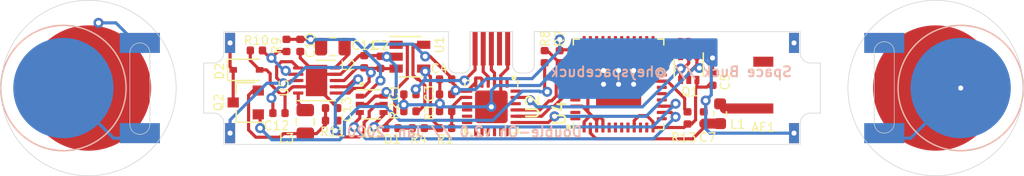
<source format=kicad_pcb>
(kicad_pcb (version 20171130) (host pcbnew 5.1.5-52549c5~84~ubuntu18.04.1)

  (general
    (thickness 0.6)
    (drawings 61)
    (tracks 463)
    (zones 0)
    (modules 47)
    (nets 80)
  )

  (page A4)
  (layers
    (0 F.Cu signal)
    (31 B.Cu signal)
    (32 B.Adhes user)
    (33 F.Adhes user)
    (34 B.Paste user)
    (35 F.Paste user)
    (36 B.SilkS user)
    (37 F.SilkS user)
    (38 B.Mask user)
    (39 F.Mask user)
    (40 Dwgs.User user)
    (41 Cmts.User user)
    (42 Eco1.User user)
    (43 Eco2.User user)
    (44 Edge.Cuts user)
    (45 Margin user)
    (46 B.CrtYd user)
    (47 F.CrtYd user)
    (48 B.Fab user hide)
    (49 F.Fab user hide)
  )

  (setup
    (last_trace_width 0.25)
    (trace_clearance 0.2)
    (zone_clearance 0.508)
    (zone_45_only no)
    (trace_min 0.2)
    (via_size 0.8)
    (via_drill 0.4)
    (via_min_size 0.4)
    (via_min_drill 0.3)
    (uvia_size 0.3)
    (uvia_drill 0.1)
    (uvias_allowed no)
    (uvia_min_size 0.2)
    (uvia_min_drill 0.1)
    (edge_width 0.05)
    (segment_width 0.2)
    (pcb_text_width 0.3)
    (pcb_text_size 1.5 1.5)
    (mod_edge_width 0.12)
    (mod_text_size 1 1)
    (mod_text_width 0.15)
    (pad_size 3.2 1.6)
    (pad_drill 0)
    (pad_to_mask_clearance 0.051)
    (solder_mask_min_width 0.25)
    (aux_axis_origin 0 0)
    (grid_origin 100 100)
    (visible_elements 7FFFFF7F)
    (pcbplotparams
      (layerselection 0x010f8_ffffffff)
      (usegerberextensions false)
      (usegerberattributes false)
      (usegerberadvancedattributes false)
      (creategerberjobfile false)
      (excludeedgelayer true)
      (linewidth 0.101600)
      (plotframeref false)
      (viasonmask false)
      (mode 1)
      (useauxorigin false)
      (hpglpennumber 1)
      (hpglpenspeed 20)
      (hpglpendiameter 15.000000)
      (psnegative false)
      (psa4output false)
      (plotreference true)
      (plotvalue true)
      (plotinvisibletext false)
      (padsonsilk false)
      (subtractmaskfromsilk false)
      (outputformat 1)
      (mirror false)
      (drillshape 0)
      (scaleselection 1)
      (outputdirectory "gerbers/main board (0.6mm thick, white soldermask)/"))
  )

  (net 0 "")
  (net 1 "Net-(AE1-Pad1)")
  (net 2 USB_VIN)
  (net 3 "Net-(D1-Pad2)")
  (net 4 "Net-(D1-Pad1)")
  (net 5 "Net-(R1-Pad2)")
  (net 6 LIPO_V)
  (net 7 0V)
  (net 8 3.3V)
  (net 9 "Net-(J1-Pad4)")
  (net 10 "Net-(J1-Pad2)")
  (net 11 "Net-(J1-Pad3)")
  (net 12 batt_out)
  (net 13 GPIO0)
  (net 14 EN)
  (net 15 "Net-(R5-Pad2)")
  (net 16 "Net-(R7-Pad2)")
  (net 17 RX_ESP)
  (net 18 RX_USB)
  (net 19 RTS)
  (net 20 DTR)
  (net 21 "Net-(AE1-Pad2)")
  (net 22 LIPO_CATHODE)
  (net 23 TOP_CAP)
  (net 24 LIPO_ANODE)
  (net 25 to_top_cap)
  (net 26 i2c_sda)
  (net 27 i2c_scl)
  (net 28 "Net-(C7-Pad2)")
  (net 29 "Net-(Q2-Pad1)")
  (net 30 "Net-(R2-Pad2)")
  (net 31 "Net-(U2-Pad1)")
  (net 32 "Net-(U2-Pad9)")
  (net 33 "Net-(U2-Pad10)")
  (net 34 "Net-(U2-Pad11)")
  (net 35 "Net-(U2-Pad12)")
  (net 36 "Net-(U2-Pad13)")
  (net 37 "Net-(U2-Pad14)")
  (net 38 "Net-(U2-Pad15)")
  (net 39 "Net-(U2-Pad16)")
  (net 40 "Net-(U2-Pad17)")
  (net 41 "Net-(U2-Pad18)")
  (net 42 "Net-(U2-Pad22)")
  (net 43 "Net-(U2-Pad24)")
  (net 44 digipot2)
  (net 45 "Net-(U4-Pad5)")
  (net 46 "Net-(U4-Pad6)")
  (net 47 "Net-(U4-Pad16)")
  (net 48 "Net-(U4-Pad18)")
  (net 49 "Net-(U4-Pad20)")
  (net 50 "Net-(U4-Pad21)")
  (net 51 "Net-(U4-Pad22)")
  (net 52 "Net-(L2-Pad2)")
  (net 53 "Net-(L3-Pad1)")
  (net 54 "Net-(R10-Pad1)")
  (net 55 "Net-(J12-Pad1)")
  (net 56 "Net-(J13-Pad1)")
  (net 57 GPIO4)
  (net 58 "Net-(U4-Pad48)")
  (net 59 "Net-(U4-Pad47)")
  (net 60 "Net-(U4-Pad45)")
  (net 61 "Net-(U4-Pad44)")
  (net 62 "Net-(U4-Pad42)")
  (net 63 "Net-(U4-Pad38)")
  (net 64 "Net-(U4-Pad36)")
  (net 65 "Net-(U4-Pad35)")
  (net 66 "Net-(U4-Pad34)")
  (net 67 "Net-(U4-Pad33)")
  (net 68 "Net-(U4-Pad32)")
  (net 69 "Net-(U4-Pad31)")
  (net 70 "Net-(U4-Pad30)")
  (net 71 "Net-(U4-Pad29)")
  (net 72 "Net-(U4-Pad28)")
  (net 73 "Net-(U4-Pad27)")
  (net 74 "Net-(U4-Pad17)")
  (net 75 "Net-(U4-Pad13)")
  (net 76 "Net-(U4-Pad11)")
  (net 77 "Net-(U4-Pad10)")
  (net 78 "Net-(U4-Pad8)")
  (net 79 "Net-(U4-Pad7)")

  (net_class Default "This is the default net class."
    (clearance 0.2)
    (trace_width 0.25)
    (via_dia 0.8)
    (via_drill 0.4)
    (uvia_dia 0.3)
    (uvia_drill 0.1)
    (add_net 0V)
    (add_net 3.3V)
    (add_net DTR)
    (add_net EN)
    (add_net GPIO0)
    (add_net GPIO4)
    (add_net LIPO_ANODE)
    (add_net LIPO_CATHODE)
    (add_net LIPO_V)
    (add_net "Net-(AE1-Pad1)")
    (add_net "Net-(AE1-Pad2)")
    (add_net "Net-(C7-Pad2)")
    (add_net "Net-(D1-Pad1)")
    (add_net "Net-(D1-Pad2)")
    (add_net "Net-(J1-Pad2)")
    (add_net "Net-(J1-Pad3)")
    (add_net "Net-(J1-Pad4)")
    (add_net "Net-(J12-Pad1)")
    (add_net "Net-(J13-Pad1)")
    (add_net "Net-(L2-Pad2)")
    (add_net "Net-(L3-Pad1)")
    (add_net "Net-(Q2-Pad1)")
    (add_net "Net-(R1-Pad2)")
    (add_net "Net-(R10-Pad1)")
    (add_net "Net-(R2-Pad2)")
    (add_net "Net-(R5-Pad2)")
    (add_net "Net-(R7-Pad2)")
    (add_net "Net-(U2-Pad1)")
    (add_net "Net-(U2-Pad10)")
    (add_net "Net-(U2-Pad11)")
    (add_net "Net-(U2-Pad12)")
    (add_net "Net-(U2-Pad13)")
    (add_net "Net-(U2-Pad14)")
    (add_net "Net-(U2-Pad15)")
    (add_net "Net-(U2-Pad16)")
    (add_net "Net-(U2-Pad17)")
    (add_net "Net-(U2-Pad18)")
    (add_net "Net-(U2-Pad22)")
    (add_net "Net-(U2-Pad24)")
    (add_net "Net-(U2-Pad9)")
    (add_net "Net-(U4-Pad10)")
    (add_net "Net-(U4-Pad11)")
    (add_net "Net-(U4-Pad13)")
    (add_net "Net-(U4-Pad16)")
    (add_net "Net-(U4-Pad17)")
    (add_net "Net-(U4-Pad18)")
    (add_net "Net-(U4-Pad20)")
    (add_net "Net-(U4-Pad21)")
    (add_net "Net-(U4-Pad22)")
    (add_net "Net-(U4-Pad27)")
    (add_net "Net-(U4-Pad28)")
    (add_net "Net-(U4-Pad29)")
    (add_net "Net-(U4-Pad30)")
    (add_net "Net-(U4-Pad31)")
    (add_net "Net-(U4-Pad32)")
    (add_net "Net-(U4-Pad33)")
    (add_net "Net-(U4-Pad34)")
    (add_net "Net-(U4-Pad35)")
    (add_net "Net-(U4-Pad36)")
    (add_net "Net-(U4-Pad38)")
    (add_net "Net-(U4-Pad42)")
    (add_net "Net-(U4-Pad44)")
    (add_net "Net-(U4-Pad45)")
    (add_net "Net-(U4-Pad47)")
    (add_net "Net-(U4-Pad48)")
    (add_net "Net-(U4-Pad5)")
    (add_net "Net-(U4-Pad6)")
    (add_net "Net-(U4-Pad7)")
    (add_net "Net-(U4-Pad8)")
    (add_net RTS)
    (add_net RX_ESP)
    (add_net RX_USB)
    (add_net TOP_CAP)
    (add_net USB_VIN)
    (add_net batt_out)
    (add_net digipot2)
    (add_net i2c_scl)
    (add_net i2c_sda)
    (add_net to_top_cap)
  )

  (module Diode_SMD:D_SOD-323 (layer F.Cu) (tedit 58641739) (tstamp 5E171FE7)
    (at 101.8 103.05)
    (descr SOD-323)
    (tags SOD-323)
    (path /5E31A252)
    (attr smd)
    (fp_text reference D2 (at -2.15 0.1 270) (layer F.SilkS)
      (effects (font (size 0.7 0.7) (thickness 0.1)))
    )
    (fp_text value D_ALT (at 0 1.17) (layer F.Fab)
      (effects (font (size 1 1) (thickness 0.15)))
    )
    (fp_line (start -1.5 -0.85) (end 1.05 -0.85) (layer F.SilkS) (width 0.12))
    (fp_line (start -1.5 0.85) (end 1.05 0.85) (layer F.SilkS) (width 0.12))
    (fp_line (start -1.6 -0.95) (end -1.6 0.95) (layer F.CrtYd) (width 0.05))
    (fp_line (start -1.6 0.95) (end 1.6 0.95) (layer F.CrtYd) (width 0.05))
    (fp_line (start 1.6 -0.95) (end 1.6 0.95) (layer F.CrtYd) (width 0.05))
    (fp_line (start -1.6 -0.95) (end 1.6 -0.95) (layer F.CrtYd) (width 0.05))
    (fp_line (start -0.9 -0.7) (end 0.9 -0.7) (layer F.Fab) (width 0.1))
    (fp_line (start 0.9 -0.7) (end 0.9 0.7) (layer F.Fab) (width 0.1))
    (fp_line (start 0.9 0.7) (end -0.9 0.7) (layer F.Fab) (width 0.1))
    (fp_line (start -0.9 0.7) (end -0.9 -0.7) (layer F.Fab) (width 0.1))
    (fp_line (start -0.3 -0.35) (end -0.3 0.35) (layer F.Fab) (width 0.1))
    (fp_line (start -0.3 0) (end -0.5 0) (layer F.Fab) (width 0.1))
    (fp_line (start -0.3 0) (end 0.2 -0.35) (layer F.Fab) (width 0.1))
    (fp_line (start 0.2 -0.35) (end 0.2 0.35) (layer F.Fab) (width 0.1))
    (fp_line (start 0.2 0.35) (end -0.3 0) (layer F.Fab) (width 0.1))
    (fp_line (start 0.2 0) (end 0.45 0) (layer F.Fab) (width 0.1))
    (fp_line (start -1.5 -0.85) (end -1.5 0.85) (layer F.SilkS) (width 0.12))
    (fp_text user %R (at 0 0) (layer F.Fab)
      (effects (font (size 0.25 0.25) (thickness 0.04)))
    )
    (pad 2 smd rect (at 1.05 0) (size 0.6 0.45) (layers F.Cu F.Paste F.Mask)
      (net 7 0V))
    (pad 1 smd rect (at -1.05 0) (size 0.6 0.45) (layers F.Cu F.Paste F.Mask)
      (net 25 to_top_cap))
    (model ${KISYS3DMOD}/Diode_SMD.3dshapes/D_SOD-323.wrl
      (at (xyz 0 0 0))
      (scale (xyz 1 1 1))
      (rotate (xyz 0 0 0))
    )
  )

  (module double-oh:microusb_PCB_socket (layer F.Cu) (tedit 5E1F0A5F) (tstamp 5E1722E4)
    (at 121.35 101.35)
    (descr "Wire Pad, Square, SMD Pad,  5mm x 10mm,")
    (tags "MesurementPoint Square SMDPad 5mmx10mm ")
    (path /5E0056A1)
    (attr smd)
    (fp_text reference J1 (at 0 -2.286) (layer F.SilkS) hide
      (effects (font (size 1 1) (thickness 0.15)))
    )
    (fp_text value USB_B_Micro (at 0 2.54) (layer F.Fab)
      (effects (font (size 1 1) (thickness 0.15)))
    )
    (fp_line (start -1.524 -1.37) (end -1.524 1.37) (layer F.CrtYd) (width 0.05))
    (fp_line (start -1.524 1.37) (end 1.524 1.37) (layer F.CrtYd) (width 0.05))
    (fp_line (start 1.524 1.37) (end 1.524 -1.37) (layer F.CrtYd) (width 0.05))
    (fp_line (start 1.524 -1.37) (end -1.524 -1.37) (layer F.CrtYd) (width 0.05))
    (pad 3 smd rect (at 0 0) (size 0.4 2.7) (layers F.Cu F.Mask)
      (net 11 "Net-(J1-Pad3)"))
    (pad 2 smd rect (at -0.65 0) (size 0.4 2.7) (layers F.Cu F.Mask)
      (net 10 "Net-(J1-Pad2)"))
    (pad 1 smd rect (at -1.3 0) (size 0.4 2.7) (layers F.Cu F.Mask)
      (net 2 USB_VIN))
    (pad 4 smd rect (at 0.65 0) (size 0.4 2.7) (layers F.Cu F.Mask)
      (net 9 "Net-(J1-Pad4)"))
    (pad 5 smd rect (at 1.3 0) (size 0.4 2.7) (layers F.Cu F.Mask)
      (net 7 0V))
  )

  (module Package_DFN_QFN:DFN-10-1EP_3x3mm_P0.5mm_EP1.7x2.5mm (layer F.Cu) (tedit 5DC5F54E) (tstamp 5E167E89)
    (at 107.4 103.9)
    (descr "DFN, 10 Pin (https://www.monolithicpower.com/pub/media/document/MPQ2483_r1.05.pdf), generated with kicad-footprint-generator ipc_noLead_generator.py")
    (tags "DFN NoLead")
    (path /5E1D25EB)
    (attr smd)
    (fp_text reference U5 (at -2.6 0.6 90) (layer F.SilkS)
      (effects (font (size 0.7 0.7) (thickness 0.1)))
    )
    (fp_text value MP2109 (at 0 2.45) (layer F.Fab)
      (effects (font (size 1 1) (thickness 0.15)))
    )
    (fp_line (start 0 -1.61) (end 1.5 -1.61) (layer F.SilkS) (width 0.12))
    (fp_line (start -1.5 1.61) (end 1.5 1.61) (layer F.SilkS) (width 0.12))
    (fp_line (start -0.75 -1.5) (end 1.5 -1.5) (layer F.Fab) (width 0.1))
    (fp_line (start 1.5 -1.5) (end 1.5 1.5) (layer F.Fab) (width 0.1))
    (fp_line (start 1.5 1.5) (end -1.5 1.5) (layer F.Fab) (width 0.1))
    (fp_line (start -1.5 1.5) (end -1.5 -0.75) (layer F.Fab) (width 0.1))
    (fp_line (start -1.5 -0.75) (end -0.75 -1.5) (layer F.Fab) (width 0.1))
    (fp_line (start -2.12 -1.75) (end -2.12 1.75) (layer F.CrtYd) (width 0.05))
    (fp_line (start -2.12 1.75) (end 2.12 1.75) (layer F.CrtYd) (width 0.05))
    (fp_line (start 2.12 1.75) (end 2.12 -1.75) (layer F.CrtYd) (width 0.05))
    (fp_line (start 2.12 -1.75) (end -2.12 -1.75) (layer F.CrtYd) (width 0.05))
    (fp_text user %R (at 0 0) (layer F.Fab)
      (effects (font (size 0.75 0.75) (thickness 0.11)))
    )
    (pad 1 smd roundrect (at -1.4625 -1) (size 0.825 0.25) (layers F.Cu F.Paste F.Mask) (roundrect_rratio 0.25)
      (net 6 LIPO_V))
    (pad 2 smd roundrect (at -1.4625 -0.5) (size 0.825 0.25) (layers F.Cu F.Paste F.Mask) (roundrect_rratio 0.25)
      (net 54 "Net-(R10-Pad1)"))
    (pad 3 smd roundrect (at -1.4625 0) (size 0.825 0.25) (layers F.Cu F.Paste F.Mask) (roundrect_rratio 0.25)
      (net 6 LIPO_V))
    (pad 4 smd roundrect (at -1.4625 0.5) (size 0.825 0.25) (layers F.Cu F.Paste F.Mask) (roundrect_rratio 0.25)
      (net 7 0V))
    (pad 5 smd roundrect (at -1.4625 1) (size 0.825 0.25) (layers F.Cu F.Paste F.Mask) (roundrect_rratio 0.25)
      (net 53 "Net-(L3-Pad1)"))
    (pad 6 smd roundrect (at 1.4625 1) (size 0.825 0.25) (layers F.Cu F.Paste F.Mask) (roundrect_rratio 0.25)
      (net 6 LIPO_V))
    (pad 7 smd roundrect (at 1.4625 0.5) (size 0.825 0.25) (layers F.Cu F.Paste F.Mask) (roundrect_rratio 0.25)
      (net 44 digipot2))
    (pad 8 smd roundrect (at 1.4625 0) (size 0.825 0.25) (layers F.Cu F.Paste F.Mask) (roundrect_rratio 0.25)
      (net 6 LIPO_V))
    (pad 9 smd roundrect (at 1.4625 -0.5) (size 0.825 0.25) (layers F.Cu F.Paste F.Mask) (roundrect_rratio 0.25)
      (net 7 0V))
    (pad 10 smd roundrect (at 1.4625 -1) (size 0.825 0.25) (layers F.Cu F.Paste F.Mask) (roundrect_rratio 0.25)
      (net 52 "Net-(L2-Pad2)"))
    (pad 11 smd rect (at 0 0) (size 1.7 2.5) (layers F.Cu F.Mask)
      (net 7 0V))
    (pad "" smd roundrect (at -0.425 -0.625) (size 0.69 1.01) (layers F.Paste) (roundrect_rratio 0.25))
    (pad "" smd roundrect (at -0.425 0.625) (size 0.69 1.01) (layers F.Paste) (roundrect_rratio 0.25))
    (pad "" smd roundrect (at 0.425 -0.625) (size 0.69 1.01) (layers F.Paste) (roundrect_rratio 0.25))
    (pad "" smd roundrect (at 0.425 0.625) (size 0.69 1.01) (layers F.Paste) (roundrect_rratio 0.25))
    (model ${KISYS3DMOD}/Package_DFN_QFN.3dshapes/DFN-10-1EP_3x3mm_P0.5mm_EP1.75x2.7mm.wrl
      (at (xyz 0 0 0))
      (scale (xyz 1 1 1))
      (rotate (xyz 0 0 0))
    )
  )

  (module Inductor_SMD:L_0805_2012Metric (layer F.Cu) (tedit 5B36C52B) (tstamp 5E1F94CB)
    (at 106.5 107.2 270)
    (descr "Inductor SMD 0805 (2012 Metric), square (rectangular) end terminal, IPC_7351 nominal, (Body size source: https://docs.google.com/spreadsheets/d/1BsfQQcO9C6DZCsRaXUlFlo91Tg2WpOkGARC1WS5S8t0/edit?usp=sharing), generated with kicad-footprint-generator")
    (tags inductor)
    (path /5E223740)
    (attr smd)
    (fp_text reference L3 (at 1.3 1.5 180) (layer F.SilkS)
      (effects (font (size 0.7 0.7) (thickness 0.1)))
    )
    (fp_text value "2.2 μH" (at 0 1.65 90) (layer F.Fab)
      (effects (font (size 1 1) (thickness 0.15)))
    )
    (fp_text user %R (at 0 0 90) (layer F.Fab)
      (effects (font (size 0.5 0.5) (thickness 0.08)))
    )
    (fp_line (start 1.68 0.95) (end -1.68 0.95) (layer F.CrtYd) (width 0.05))
    (fp_line (start 1.68 -0.95) (end 1.68 0.95) (layer F.CrtYd) (width 0.05))
    (fp_line (start -1.68 -0.95) (end 1.68 -0.95) (layer F.CrtYd) (width 0.05))
    (fp_line (start -1.68 0.95) (end -1.68 -0.95) (layer F.CrtYd) (width 0.05))
    (fp_line (start -0.258578 0.71) (end 0.258578 0.71) (layer F.SilkS) (width 0.12))
    (fp_line (start -0.258578 -0.71) (end 0.258578 -0.71) (layer F.SilkS) (width 0.12))
    (fp_line (start 1 0.6) (end -1 0.6) (layer F.Fab) (width 0.1))
    (fp_line (start 1 -0.6) (end 1 0.6) (layer F.Fab) (width 0.1))
    (fp_line (start -1 -0.6) (end 1 -0.6) (layer F.Fab) (width 0.1))
    (fp_line (start -1 0.6) (end -1 -0.6) (layer F.Fab) (width 0.1))
    (pad 2 smd roundrect (at 0.9375 0 270) (size 0.975 1.4) (layers F.Cu F.Paste F.Mask) (roundrect_rratio 0.25)
      (net 12 batt_out))
    (pad 1 smd roundrect (at -0.9375 0 270) (size 0.975 1.4) (layers F.Cu F.Paste F.Mask) (roundrect_rratio 0.25)
      (net 53 "Net-(L3-Pad1)"))
    (model ${KISYS3DMOD}/Inductor_SMD.3dshapes/L_0805_2012Metric.wrl
      (at (xyz 0 0 0))
      (scale (xyz 1 1 1))
      (rotate (xyz 0 0 0))
    )
  )

  (module Inductor_SMD:L_0805_2012Metric (layer F.Cu) (tedit 5B36C52B) (tstamp 5E167E2E)
    (at 108.7 101.2)
    (descr "Inductor SMD 0805 (2012 Metric), square (rectangular) end terminal, IPC_7351 nominal, (Body size source: https://docs.google.com/spreadsheets/d/1BsfQQcO9C6DZCsRaXUlFlo91Tg2WpOkGARC1WS5S8t0/edit?usp=sharing), generated with kicad-footprint-generator")
    (tags inductor)
    (path /5E1EF938)
    (attr smd)
    (fp_text reference L2 (at 1.2 1.5) (layer F.SilkS)
      (effects (font (size 0.7 0.7) (thickness 0.1)))
    )
    (fp_text value "2.2 μH" (at 0 1.65) (layer F.Fab)
      (effects (font (size 1 1) (thickness 0.15)))
    )
    (fp_text user %R (at 0 0) (layer F.Fab)
      (effects (font (size 0.5 0.5) (thickness 0.08)))
    )
    (fp_line (start 1.68 0.95) (end -1.68 0.95) (layer F.CrtYd) (width 0.05))
    (fp_line (start 1.68 -0.95) (end 1.68 0.95) (layer F.CrtYd) (width 0.05))
    (fp_line (start -1.68 -0.95) (end 1.68 -0.95) (layer F.CrtYd) (width 0.05))
    (fp_line (start -1.68 0.95) (end -1.68 -0.95) (layer F.CrtYd) (width 0.05))
    (fp_line (start -0.258578 0.71) (end 0.258578 0.71) (layer F.SilkS) (width 0.12))
    (fp_line (start -0.258578 -0.71) (end 0.258578 -0.71) (layer F.SilkS) (width 0.12))
    (fp_line (start 1 0.6) (end -1 0.6) (layer F.Fab) (width 0.1))
    (fp_line (start 1 -0.6) (end 1 0.6) (layer F.Fab) (width 0.1))
    (fp_line (start -1 -0.6) (end 1 -0.6) (layer F.Fab) (width 0.1))
    (fp_line (start -1 0.6) (end -1 -0.6) (layer F.Fab) (width 0.1))
    (pad 2 smd roundrect (at 0.9375 0) (size 0.975 1.4) (layers F.Cu F.Paste F.Mask) (roundrect_rratio 0.25)
      (net 52 "Net-(L2-Pad2)"))
    (pad 1 smd roundrect (at -0.9375 0) (size 0.975 1.4) (layers F.Cu F.Paste F.Mask) (roundrect_rratio 0.25)
      (net 8 3.3V))
    (model ${KISYS3DMOD}/Inductor_SMD.3dshapes/L_0805_2012Metric.wrl
      (at (xyz 0 0 0))
      (scale (xyz 1 1 1))
      (rotate (xyz 0 0 0))
    )
  )

  (module Capacitor_SMD:C_0402_1005Metric (layer F.Cu) (tedit 5B301BBE) (tstamp 5E1DA198)
    (at 139 103.8 90)
    (descr "Capacitor SMD 0402 (1005 Metric), square (rectangular) end terminal, IPC_7351 nominal, (Body size source: http://www.tortai-tech.com/upload/download/2011102023233369053.pdf), generated with kicad-footprint-generator")
    (tags capacitor)
    (path /5E1EA531)
    (attr smd)
    (fp_text reference C5 (at -0.2 1 90) (layer F.SilkS)
      (effects (font (size 0.7 0.7) (thickness 0.1)))
    )
    (fp_text value 0.1μF (at 0 1.17 90) (layer F.Fab)
      (effects (font (size 1 1) (thickness 0.15)))
    )
    (fp_text user %R (at 0 0 90) (layer F.Fab)
      (effects (font (size 0.25 0.25) (thickness 0.04)))
    )
    (fp_line (start 0.93 0.47) (end -0.93 0.47) (layer F.CrtYd) (width 0.05))
    (fp_line (start 0.93 -0.47) (end 0.93 0.47) (layer F.CrtYd) (width 0.05))
    (fp_line (start -0.93 -0.47) (end 0.93 -0.47) (layer F.CrtYd) (width 0.05))
    (fp_line (start -0.93 0.47) (end -0.93 -0.47) (layer F.CrtYd) (width 0.05))
    (fp_line (start 0.5 0.25) (end -0.5 0.25) (layer F.Fab) (width 0.1))
    (fp_line (start 0.5 -0.25) (end 0.5 0.25) (layer F.Fab) (width 0.1))
    (fp_line (start -0.5 -0.25) (end 0.5 -0.25) (layer F.Fab) (width 0.1))
    (fp_line (start -0.5 0.25) (end -0.5 -0.25) (layer F.Fab) (width 0.1))
    (pad 2 smd roundrect (at 0.485 0 90) (size 0.59 0.64) (layers F.Cu F.Paste F.Mask) (roundrect_rratio 0.25)
      (net 7 0V))
    (pad 1 smd roundrect (at -0.485 0 90) (size 0.59 0.64) (layers F.Cu F.Paste F.Mask) (roundrect_rratio 0.25)
      (net 14 EN))
    (model ${KISYS3DMOD}/Capacitor_SMD.3dshapes/C_0402_1005Metric.wrl
      (at (xyz 0 0 0))
      (scale (xyz 1 1 1))
      (rotate (xyz 0 0 0))
    )
  )

  (module Package_TO_SOT_SMD:SOT-363_SC-70-6 (layer F.Cu) (tedit 5A02FF57) (tstamp 5E075251)
    (at 111.8 105.8)
    (descr "SOT-363, SC-70-6")
    (tags "SOT-363 SC-70-6")
    (path /5E17759F)
    (attr smd)
    (fp_text reference U3 (at 0 2.3) (layer F.SilkS)
      (effects (font (size 0.7 0.7) (thickness 0.1)))
    )
    (fp_text value MCP4017-xxxx (at 0 2 180) (layer F.Fab)
      (effects (font (size 1 1) (thickness 0.15)))
    )
    (fp_line (start -0.175 -1.1) (end -0.675 -0.6) (layer F.Fab) (width 0.1))
    (fp_line (start 0.675 1.1) (end -0.675 1.1) (layer F.Fab) (width 0.1))
    (fp_line (start 0.675 -1.1) (end 0.675 1.1) (layer F.Fab) (width 0.1))
    (fp_line (start -1.6 1.4) (end 1.6 1.4) (layer F.CrtYd) (width 0.05))
    (fp_line (start -0.675 -0.6) (end -0.675 1.1) (layer F.Fab) (width 0.1))
    (fp_line (start 0.675 -1.1) (end -0.175 -1.1) (layer F.Fab) (width 0.1))
    (fp_line (start -1.6 -1.4) (end 1.6 -1.4) (layer F.CrtYd) (width 0.05))
    (fp_line (start -1.6 -1.4) (end -1.6 1.4) (layer F.CrtYd) (width 0.05))
    (fp_line (start 1.6 1.4) (end 1.6 -1.4) (layer F.CrtYd) (width 0.05))
    (fp_line (start -0.7 1.16) (end 0.7 1.16) (layer F.SilkS) (width 0.12))
    (fp_line (start 0.7 -1.16) (end -1.2 -1.16) (layer F.SilkS) (width 0.12))
    (fp_text user %R (at 0 0 90) (layer F.Fab)
      (effects (font (size 0.5 0.5) (thickness 0.075)))
    )
    (pad 6 smd rect (at 0.95 -0.65) (size 0.65 0.4) (layers F.Cu F.Paste F.Mask)
      (net 7 0V))
    (pad 4 smd rect (at 0.95 0.65) (size 0.65 0.4) (layers F.Cu F.Paste F.Mask)
      (net 26 i2c_sda))
    (pad 2 smd rect (at -0.95 0) (size 0.65 0.4) (layers F.Cu F.Paste F.Mask)
      (net 7 0V))
    (pad 5 smd rect (at 0.95 0) (size 0.65 0.4) (layers F.Cu F.Paste F.Mask)
      (net 44 digipot2))
    (pad 3 smd rect (at -0.95 0.65) (size 0.65 0.4) (layers F.Cu F.Paste F.Mask)
      (net 27 i2c_scl))
    (pad 1 smd rect (at -0.95 -0.65) (size 0.65 0.4) (layers F.Cu F.Paste F.Mask)
      (net 8 3.3V))
    (model ${KISYS3DMOD}/Package_TO_SOT_SMD.3dshapes/SOT-363_SC-70-6.wrl
      (at (xyz 0 0 0))
      (scale (xyz 1 1 1))
      (rotate (xyz 0 0 0))
    )
  )

  (module Resistor_SMD:R_0201_0603Metric (layer F.Cu) (tedit 5E1B711C) (tstamp 5E1BD1C7)
    (at 136.75 100.7 180)
    (descr "Resistor SMD 0201 (0603 Metric), square (rectangular) end terminal, IPC_7351 nominal, (Body size source: https://www.vishay.com/docs/20052/crcw0201e3.pdf), generated with kicad-footprint-generator")
    (tags resistor)
    (path /5E2CCDF2)
    (attr smd)
    (fp_text reference R5 (at 0 -1.05 180) (layer F.SilkS) hide
      (effects (font (size 1 1) (thickness 0.15)))
    )
    (fp_text value 1GΩ (at 0 1.05 180) (layer F.Fab)
      (effects (font (size 1 1) (thickness 0.15)))
    )
    (fp_text user %R (at 0 -0.68 180) (layer F.Fab)
      (effects (font (size 0.25 0.25) (thickness 0.04)))
    )
    (fp_line (start 0.7 0.35) (end -0.7 0.35) (layer F.CrtYd) (width 0.05))
    (fp_line (start 0.7 -0.35) (end 0.7 0.35) (layer F.CrtYd) (width 0.05))
    (fp_line (start -0.7 -0.35) (end 0.7 -0.35) (layer F.CrtYd) (width 0.05))
    (fp_line (start -0.7 0.35) (end -0.7 -0.35) (layer F.CrtYd) (width 0.05))
    (fp_line (start 0.3 0.15) (end -0.3 0.15) (layer F.Fab) (width 0.1))
    (fp_line (start 0.3 -0.15) (end 0.3 0.15) (layer F.Fab) (width 0.1))
    (fp_line (start -0.3 -0.15) (end 0.3 -0.15) (layer F.Fab) (width 0.1))
    (fp_line (start -0.3 0.15) (end -0.3 -0.15) (layer F.Fab) (width 0.1))
    (pad 2 smd roundrect (at 0.32 0 180) (size 0.46 0.4) (layers F.Cu F.Mask) (roundrect_rratio 0.25)
      (net 15 "Net-(R5-Pad2)"))
    (pad 1 smd roundrect (at -0.32 0 180) (size 0.46 0.4) (layers F.Cu F.Mask) (roundrect_rratio 0.25)
      (net 57 GPIO4))
  )

  (module double-oh:QFN-48-1EP_7x7mm_P0.5mm_EP3.6x3.6mm (layer F.Cu) (tedit 5E1B6DEE) (tstamp 5E1BD33C)
    (at 131.5 104.2 90)
    (descr "QFN, 48 Pin (https://www.trinamic.com/fileadmin/assets/Products/ICs_Documents/TMC2041_datasheet.pdf#page=62), generated with kicad-footprint-generator ipc_dfn_qfn_generator.py")
    (tags "QFN DFN_QFN")
    (path /5E2037A4)
    (attr smd)
    (fp_text reference U4 (at -2.3 -4.7 270) (layer F.SilkS)
      (effects (font (size 1 1) (thickness 0.15)))
    )
    (fp_text value ESP32-PICO-D4 (at 0 4.8 90) (layer F.Fab)
      (effects (font (size 1 1) (thickness 0.15)))
    )
    (fp_line (start 4.1 -4.1) (end -4.1 -4.1) (layer F.CrtYd) (width 0.05))
    (fp_line (start 4.1 4.1) (end 4.1 -4.1) (layer F.CrtYd) (width 0.05))
    (fp_line (start -4.1 4.1) (end 4.1 4.1) (layer F.CrtYd) (width 0.05))
    (fp_line (start -4.1 -4.1) (end -4.1 4.1) (layer F.CrtYd) (width 0.05))
    (fp_line (start -3.5 -2.5) (end -2.5 -3.5) (layer F.Fab) (width 0.1))
    (fp_line (start -3.5 3.5) (end -3.5 -2.5) (layer F.Fab) (width 0.1))
    (fp_line (start 3.5 3.5) (end -3.5 3.5) (layer F.Fab) (width 0.1))
    (fp_line (start 3.5 -3.5) (end 3.5 3.5) (layer F.Fab) (width 0.1))
    (fp_line (start -2.5 -3.5) (end 3.5 -3.5) (layer F.Fab) (width 0.1))
    (fp_line (start -3.135 -3.61) (end -3.61 -3.61) (layer F.SilkS) (width 0.12))
    (fp_line (start 3.61 3.61) (end 3.61 3.135) (layer F.SilkS) (width 0.12))
    (fp_line (start 3.135 3.61) (end 3.61 3.61) (layer F.SilkS) (width 0.12))
    (fp_line (start -3.61 3.61) (end -3.61 3.135) (layer F.SilkS) (width 0.12))
    (fp_line (start -3.135 3.61) (end -3.61 3.61) (layer F.SilkS) (width 0.12))
    (fp_line (start 3.61 -3.61) (end 3.61 -3.135) (layer F.SilkS) (width 0.12))
    (fp_line (start 3.135 -3.61) (end 3.61 -3.61) (layer F.SilkS) (width 0.12))
    (pad 48 smd roundrect (at -2.75 -3.45 90) (size 0.25 0.8) (layers F.Cu F.Paste F.Mask) (roundrect_rratio 0.25)
      (net 58 "Net-(U4-Pad48)"))
    (pad 47 smd roundrect (at -2.25 -3.45 90) (size 0.25 0.8) (layers F.Cu F.Paste F.Mask) (roundrect_rratio 0.25)
      (net 59 "Net-(U4-Pad47)"))
    (pad 46 smd roundrect (at -1.75 -3.45 90) (size 0.25 0.8) (layers F.Cu F.Paste F.Mask) (roundrect_rratio 0.25)
      (net 8 3.3V))
    (pad 45 smd roundrect (at -1.25 -3.45 90) (size 0.25 0.8) (layers F.Cu F.Paste F.Mask) (roundrect_rratio 0.25)
      (net 60 "Net-(U4-Pad45)"))
    (pad 44 smd roundrect (at -0.75 -3.45 90) (size 0.25 0.8) (layers F.Cu F.Paste F.Mask) (roundrect_rratio 0.25)
      (net 61 "Net-(U4-Pad44)"))
    (pad 43 smd roundrect (at -0.25 -3.45 90) (size 0.25 0.8) (layers F.Cu F.Paste F.Mask) (roundrect_rratio 0.25)
      (net 8 3.3V))
    (pad 42 smd roundrect (at 0.25 -3.45 90) (size 0.25 0.8) (layers F.Cu F.Paste F.Mask) (roundrect_rratio 0.25)
      (net 62 "Net-(U4-Pad42)"))
    (pad 41 smd roundrect (at 0.75 -3.45 90) (size 0.25 0.8) (layers F.Cu F.Paste F.Mask) (roundrect_rratio 0.25)
      (net 18 RX_USB))
    (pad 40 smd roundrect (at 1.25 -3.45 90) (size 0.25 0.8) (layers F.Cu F.Paste F.Mask) (roundrect_rratio 0.25)
      (net 17 RX_ESP))
    (pad 39 smd roundrect (at 1.75 -3.45 90) (size 0.25 0.8) (layers F.Cu F.Paste F.Mask) (roundrect_rratio 0.25)
      (net 16 "Net-(R7-Pad2)"))
    (pad 38 smd roundrect (at 2.25 -3.45 90) (size 0.25 0.8) (layers F.Cu F.Paste F.Mask) (roundrect_rratio 0.25)
      (net 63 "Net-(U4-Pad38)"))
    (pad 37 smd roundrect (at 2.75 -3.45 90) (size 0.25 0.8) (layers F.Cu F.Paste F.Mask) (roundrect_rratio 0.25)
      (net 8 3.3V))
    (pad 36 smd roundrect (at 3.45 -2.75 90) (size 0.8 0.25) (layers F.Cu F.Paste F.Mask) (roundrect_rratio 0.25)
      (net 64 "Net-(U4-Pad36)"))
    (pad 35 smd roundrect (at 3.45 -2.25 90) (size 0.8 0.25) (layers F.Cu F.Paste F.Mask) (roundrect_rratio 0.25)
      (net 65 "Net-(U4-Pad35)"))
    (pad 34 smd roundrect (at 3.45 -1.75 90) (size 0.8 0.25) (layers F.Cu F.Paste F.Mask) (roundrect_rratio 0.25)
      (net 66 "Net-(U4-Pad34)"))
    (pad 33 smd roundrect (at 3.45 -1.25 90) (size 0.8 0.25) (layers F.Cu F.Paste F.Mask) (roundrect_rratio 0.25)
      (net 67 "Net-(U4-Pad33)"))
    (pad 32 smd roundrect (at 3.45 -0.75 90) (size 0.8 0.25) (layers F.Cu F.Paste F.Mask) (roundrect_rratio 0.25)
      (net 68 "Net-(U4-Pad32)"))
    (pad 31 smd roundrect (at 3.45 -0.25 90) (size 0.8 0.25) (layers F.Cu F.Paste F.Mask) (roundrect_rratio 0.25)
      (net 69 "Net-(U4-Pad31)"))
    (pad 30 smd roundrect (at 3.45 0.25 90) (size 0.8 0.25) (layers F.Cu F.Paste F.Mask) (roundrect_rratio 0.25)
      (net 70 "Net-(U4-Pad30)"))
    (pad 29 smd roundrect (at 3.45 0.75 90) (size 0.8 0.25) (layers F.Cu F.Paste F.Mask) (roundrect_rratio 0.25)
      (net 71 "Net-(U4-Pad29)"))
    (pad 28 smd roundrect (at 3.45 1.25 90) (size 0.8 0.25) (layers F.Cu F.Paste F.Mask) (roundrect_rratio 0.25)
      (net 72 "Net-(U4-Pad28)"))
    (pad 27 smd roundrect (at 3.45 1.75 90) (size 0.8 0.25) (layers F.Cu F.Paste F.Mask) (roundrect_rratio 0.25)
      (net 73 "Net-(U4-Pad27)"))
    (pad 26 smd roundrect (at 3.45 2.25 90) (size 0.8 0.25) (layers F.Cu F.Paste F.Mask) (roundrect_rratio 0.25)
      (net 8 3.3V))
    (pad 25 smd roundrect (at 3.45 2.75 90) (size 0.8 0.25) (layers F.Cu F.Paste F.Mask) (roundrect_rratio 0.25)
      (net 15 "Net-(R5-Pad2)"))
    (pad 24 smd roundrect (at 2.75 3.45 90) (size 0.25 0.8) (layers F.Cu F.Paste F.Mask) (roundrect_rratio 0.25)
      (net 57 GPIO4))
    (pad 23 smd roundrect (at 2.25 3.45 90) (size 0.25 0.8) (layers F.Cu F.Paste F.Mask) (roundrect_rratio 0.25)
      (net 13 GPIO0))
    (pad 22 smd roundrect (at 1.75 3.45 90) (size 0.25 0.8) (layers F.Cu F.Paste F.Mask) (roundrect_rratio 0.25)
      (net 51 "Net-(U4-Pad22)"))
    (pad 21 smd roundrect (at 1.25 3.45 90) (size 0.25 0.8) (layers F.Cu F.Paste F.Mask) (roundrect_rratio 0.25)
      (net 50 "Net-(U4-Pad21)"))
    (pad 20 smd roundrect (at 0.75 3.45 90) (size 0.25 0.8) (layers F.Cu F.Paste F.Mask) (roundrect_rratio 0.25)
      (net 49 "Net-(U4-Pad20)"))
    (pad 19 smd roundrect (at 0.25 3.45 90) (size 0.25 0.8) (layers F.Cu F.Paste F.Mask) (roundrect_rratio 0.25)
      (net 8 3.3V))
    (pad 18 smd roundrect (at -0.25 3.45 90) (size 0.25 0.8) (layers F.Cu F.Paste F.Mask) (roundrect_rratio 0.25)
      (net 48 "Net-(U4-Pad18)"))
    (pad 17 smd roundrect (at -0.75 3.45 90) (size 0.25 0.8) (layers F.Cu F.Paste F.Mask) (roundrect_rratio 0.25)
      (net 74 "Net-(U4-Pad17)"))
    (pad 16 smd roundrect (at -1.25 3.45 90) (size 0.25 0.8) (layers F.Cu F.Paste F.Mask) (roundrect_rratio 0.25)
      (net 47 "Net-(U4-Pad16)"))
    (pad 15 smd roundrect (at -1.75 3.45 90) (size 0.25 0.8) (layers F.Cu F.Paste F.Mask) (roundrect_rratio 0.25)
      (net 26 i2c_sda))
    (pad 14 smd roundrect (at -2.25 3.45 90) (size 0.25 0.8) (layers F.Cu F.Paste F.Mask) (roundrect_rratio 0.25)
      (net 27 i2c_scl))
    (pad 13 smd roundrect (at -2.75 3.45 90) (size 0.25 0.8) (layers F.Cu F.Paste F.Mask) (roundrect_rratio 0.25)
      (net 75 "Net-(U4-Pad13)"))
    (pad 12 smd roundrect (at -3.45 2.75 90) (size 0.8 0.25) (layers F.Cu F.Paste F.Mask) (roundrect_rratio 0.25)
      (net 14 EN))
    (pad 11 smd roundrect (at -3.45 2.25 90) (size 0.8 0.25) (layers F.Cu F.Paste F.Mask) (roundrect_rratio 0.25)
      (net 76 "Net-(U4-Pad11)"))
    (pad 10 smd roundrect (at -3.45 1.75 90) (size 0.8 0.25) (layers F.Cu F.Paste F.Mask) (roundrect_rratio 0.25)
      (net 77 "Net-(U4-Pad10)"))
    (pad 9 smd roundrect (at -3.45 1.25 90) (size 0.8 0.25) (layers F.Cu F.Paste F.Mask) (roundrect_rratio 0.25)
      (net 14 EN))
    (pad 8 smd roundrect (at -3.45 0.75 90) (size 0.8 0.25) (layers F.Cu F.Paste F.Mask) (roundrect_rratio 0.25)
      (net 78 "Net-(U4-Pad8)"))
    (pad 7 smd roundrect (at -3.45 0.25 90) (size 0.8 0.25) (layers F.Cu F.Paste F.Mask) (roundrect_rratio 0.25)
      (net 79 "Net-(U4-Pad7)"))
    (pad 6 smd roundrect (at -3.45 -0.25 90) (size 0.8 0.25) (layers F.Cu F.Paste F.Mask) (roundrect_rratio 0.25)
      (net 46 "Net-(U4-Pad6)"))
    (pad 5 smd roundrect (at -3.45 -0.75 90) (size 0.8 0.25) (layers F.Cu F.Paste F.Mask) (roundrect_rratio 0.25)
      (net 45 "Net-(U4-Pad5)"))
    (pad 4 smd roundrect (at -3.45 -1.25 90) (size 0.8 0.25) (layers F.Cu F.Paste F.Mask) (roundrect_rratio 0.25)
      (net 8 3.3V))
    (pad 3 smd roundrect (at -3.45 -1.75 90) (size 0.8 0.25) (layers F.Cu F.Paste F.Mask) (roundrect_rratio 0.25)
      (net 8 3.3V))
    (pad 2 smd roundrect (at -3.45 -2.25 90) (size 0.8 0.25) (layers F.Cu F.Paste F.Mask) (roundrect_rratio 0.25)
      (net 28 "Net-(C7-Pad2)"))
    (pad 1 smd roundrect (at -3.45 -2.75 90) (size 0.8 0.25) (layers F.Cu F.Paste F.Mask) (roundrect_rratio 0.25)
      (net 8 3.3V))
    (pad "" smd roundrect (at 0.66 0.66 90) (size 1.07 1.07) (layers F.Paste) (roundrect_rratio 0.233645))
    (pad "" smd roundrect (at 0.66 -0.66 90) (size 1.07 1.07) (layers F.Paste) (roundrect_rratio 0.233645))
    (pad "" smd roundrect (at -0.66 0.66 90) (size 1.07 1.07) (layers F.Paste) (roundrect_rratio 0.233645))
    (pad "" smd roundrect (at -0.66 -0.66 90) (size 1.07 1.07) (layers F.Paste) (roundrect_rratio 0.233645))
    (pad 49 smd roundrect (at 0 0 90) (size 3.6 3.6) (layers F.Cu F.Mask) (roundrect_rratio 0.047)
      (net 7 0V))
    (model ${KISYS3DMOD}/Package_DFN_QFN.3dshapes/QFN-48-1EP_7x7mm_P0.5mm_EP5.3x5.3mm.wrl
      (at (xyz 0 0 0))
      (scale (xyz 1 1 1))
      (rotate (xyz 0 0 0))
    )
  )

  (module Package_DFN_QFN:QFN-24-1EP_4x4mm_P0.5mm_EP2.6x2.6mm (layer F.Cu) (tedit 5C1FD453) (tstamp 5E1BD2C9)
    (at 121.35 106 270)
    (descr "QFN, 24 Pin (http://ww1.microchip.com/downloads/en/PackagingSpec/00000049BQ.pdf#page=278), generated with kicad-footprint-generator ipc_dfn_qfn_generator.py")
    (tags "QFN DFN_QFN")
    (path /5E1C43B6)
    (attr smd)
    (fp_text reference U2 (at 0 -3.3 90) (layer F.SilkS)
      (effects (font (size 1 1) (thickness 0.15)))
    )
    (fp_text value CP2104 (at 0 3.3 90) (layer F.Fab)
      (effects (font (size 1 1) (thickness 0.15)))
    )
    (fp_text user %R (at 0 0 90) (layer F.Fab)
      (effects (font (size 1 1) (thickness 0.15)))
    )
    (fp_line (start 2.6 -2.6) (end -2.6 -2.6) (layer F.CrtYd) (width 0.05))
    (fp_line (start 2.6 2.6) (end 2.6 -2.6) (layer F.CrtYd) (width 0.05))
    (fp_line (start -2.6 2.6) (end 2.6 2.6) (layer F.CrtYd) (width 0.05))
    (fp_line (start -2.6 -2.6) (end -2.6 2.6) (layer F.CrtYd) (width 0.05))
    (fp_line (start -2 -1) (end -1 -2) (layer F.Fab) (width 0.1))
    (fp_line (start -2 2) (end -2 -1) (layer F.Fab) (width 0.1))
    (fp_line (start 2 2) (end -2 2) (layer F.Fab) (width 0.1))
    (fp_line (start 2 -2) (end 2 2) (layer F.Fab) (width 0.1))
    (fp_line (start -1 -2) (end 2 -2) (layer F.Fab) (width 0.1))
    (fp_line (start -1.635 -2.11) (end -2.11 -2.11) (layer F.SilkS) (width 0.12))
    (fp_line (start 2.11 2.11) (end 2.11 1.635) (layer F.SilkS) (width 0.12))
    (fp_line (start 1.635 2.11) (end 2.11 2.11) (layer F.SilkS) (width 0.12))
    (fp_line (start -2.11 2.11) (end -2.11 1.635) (layer F.SilkS) (width 0.12))
    (fp_line (start -1.635 2.11) (end -2.11 2.11) (layer F.SilkS) (width 0.12))
    (fp_line (start 2.11 -2.11) (end 2.11 -1.635) (layer F.SilkS) (width 0.12))
    (fp_line (start 1.635 -2.11) (end 2.11 -2.11) (layer F.SilkS) (width 0.12))
    (pad 24 smd roundrect (at -1.25 -1.9375 270) (size 0.25 0.825) (layers F.Cu F.Paste F.Mask) (roundrect_rratio 0.25)
      (net 43 "Net-(U2-Pad24)"))
    (pad 23 smd roundrect (at -0.75 -1.9375 270) (size 0.25 0.825) (layers F.Cu F.Paste F.Mask) (roundrect_rratio 0.25)
      (net 20 DTR))
    (pad 22 smd roundrect (at -0.25 -1.9375 270) (size 0.25 0.825) (layers F.Cu F.Paste F.Mask) (roundrect_rratio 0.25)
      (net 42 "Net-(U2-Pad22)"))
    (pad 21 smd roundrect (at 0.25 -1.9375 270) (size 0.25 0.825) (layers F.Cu F.Paste F.Mask) (roundrect_rratio 0.25)
      (net 17 RX_ESP))
    (pad 20 smd roundrect (at 0.75 -1.9375 270) (size 0.25 0.825) (layers F.Cu F.Paste F.Mask) (roundrect_rratio 0.25)
      (net 18 RX_USB))
    (pad 19 smd roundrect (at 1.25 -1.9375 270) (size 0.25 0.825) (layers F.Cu F.Paste F.Mask) (roundrect_rratio 0.25)
      (net 19 RTS))
    (pad 18 smd roundrect (at 1.9375 -1.25 270) (size 0.825 0.25) (layers F.Cu F.Paste F.Mask) (roundrect_rratio 0.25)
      (net 41 "Net-(U2-Pad18)"))
    (pad 17 smd roundrect (at 1.9375 -0.75 270) (size 0.825 0.25) (layers F.Cu F.Paste F.Mask) (roundrect_rratio 0.25)
      (net 40 "Net-(U2-Pad17)"))
    (pad 16 smd roundrect (at 1.9375 -0.25 270) (size 0.825 0.25) (layers F.Cu F.Paste F.Mask) (roundrect_rratio 0.25)
      (net 39 "Net-(U2-Pad16)"))
    (pad 15 smd roundrect (at 1.9375 0.25 270) (size 0.825 0.25) (layers F.Cu F.Paste F.Mask) (roundrect_rratio 0.25)
      (net 38 "Net-(U2-Pad15)"))
    (pad 14 smd roundrect (at 1.9375 0.75 270) (size 0.825 0.25) (layers F.Cu F.Paste F.Mask) (roundrect_rratio 0.25)
      (net 37 "Net-(U2-Pad14)"))
    (pad 13 smd roundrect (at 1.9375 1.25 270) (size 0.825 0.25) (layers F.Cu F.Paste F.Mask) (roundrect_rratio 0.25)
      (net 36 "Net-(U2-Pad13)"))
    (pad 12 smd roundrect (at 1.25 1.9375 270) (size 0.25 0.825) (layers F.Cu F.Paste F.Mask) (roundrect_rratio 0.25)
      (net 35 "Net-(U2-Pad12)"))
    (pad 11 smd roundrect (at 0.75 1.9375 270) (size 0.25 0.825) (layers F.Cu F.Paste F.Mask) (roundrect_rratio 0.25)
      (net 34 "Net-(U2-Pad11)"))
    (pad 10 smd roundrect (at 0.25 1.9375 270) (size 0.25 0.825) (layers F.Cu F.Paste F.Mask) (roundrect_rratio 0.25)
      (net 33 "Net-(U2-Pad10)"))
    (pad 9 smd roundrect (at -0.25 1.9375 270) (size 0.25 0.825) (layers F.Cu F.Paste F.Mask) (roundrect_rratio 0.25)
      (net 32 "Net-(U2-Pad9)"))
    (pad 8 smd roundrect (at -0.75 1.9375 270) (size 0.25 0.825) (layers F.Cu F.Paste F.Mask) (roundrect_rratio 0.25)
      (net 5 "Net-(R1-Pad2)"))
    (pad 7 smd roundrect (at -1.25 1.9375 270) (size 0.25 0.825) (layers F.Cu F.Paste F.Mask) (roundrect_rratio 0.25)
      (net 8 3.3V))
    (pad 6 smd roundrect (at -1.9375 1.25 270) (size 0.825 0.25) (layers F.Cu F.Paste F.Mask) (roundrect_rratio 0.25)
      (net 8 3.3V))
    (pad 5 smd roundrect (at -1.9375 0.75 270) (size 0.825 0.25) (layers F.Cu F.Paste F.Mask) (roundrect_rratio 0.25)
      (net 8 3.3V))
    (pad 4 smd roundrect (at -1.9375 0.25 270) (size 0.825 0.25) (layers F.Cu F.Paste F.Mask) (roundrect_rratio 0.25)
      (net 10 "Net-(J1-Pad2)"))
    (pad 3 smd roundrect (at -1.9375 -0.25 270) (size 0.825 0.25) (layers F.Cu F.Paste F.Mask) (roundrect_rratio 0.25)
      (net 11 "Net-(J1-Pad3)"))
    (pad 2 smd roundrect (at -1.9375 -0.75 270) (size 0.825 0.25) (layers F.Cu F.Paste F.Mask) (roundrect_rratio 0.25)
      (net 7 0V))
    (pad 1 smd roundrect (at -1.9375 -1.25 270) (size 0.825 0.25) (layers F.Cu F.Paste F.Mask) (roundrect_rratio 0.25)
      (net 31 "Net-(U2-Pad1)"))
    (pad "" smd roundrect (at 0.65 0.65 270) (size 1.05 1.05) (layers F.Paste) (roundrect_rratio 0.238095))
    (pad "" smd roundrect (at 0.65 -0.65 270) (size 1.05 1.05) (layers F.Paste) (roundrect_rratio 0.238095))
    (pad "" smd roundrect (at -0.65 0.65 270) (size 1.05 1.05) (layers F.Paste) (roundrect_rratio 0.238095))
    (pad "" smd roundrect (at -0.65 -0.65 270) (size 1.05 1.05) (layers F.Paste) (roundrect_rratio 0.238095))
    (pad 25 smd roundrect (at 0 0 270) (size 2.6 2.6) (layers F.Cu F.Mask) (roundrect_rratio 0.096154)
      (net 7 0V))
    (model ${KISYS3DMOD}/Package_DFN_QFN.3dshapes/QFN-24-1EP_4x4mm_P0.5mm_EP2.6x2.6mm.wrl
      (at (xyz 0 0 0))
      (scale (xyz 1 1 1))
      (rotate (xyz 0 0 0))
    )
  )

  (module Resistor_SMD:R_0402_1005Metric (layer F.Cu) (tedit 5B301BBD) (tstamp 5E19368D)
    (at 137 106.885 270)
    (descr "Resistor SMD 0402 (1005 Metric), square (rectangular) end terminal, IPC_7351 nominal, (Body size source: http://www.tortai-tech.com/upload/download/2011102023233369053.pdf), generated with kicad-footprint-generator")
    (tags resistor)
    (path /5E2690F2)
    (attr smd)
    (fp_text reference R13 (at 1.565 0.3 180) (layer F.SilkS)
      (effects (font (size 0.7 0.7) (thickness 0.1)))
    )
    (fp_text value 20kΩ (at 0 1.17 90) (layer F.Fab)
      (effects (font (size 1 1) (thickness 0.15)))
    )
    (fp_text user %R (at 0 0 90) (layer F.Fab)
      (effects (font (size 0.25 0.25) (thickness 0.04)))
    )
    (fp_line (start 0.93 0.47) (end -0.93 0.47) (layer F.CrtYd) (width 0.05))
    (fp_line (start 0.93 -0.47) (end 0.93 0.47) (layer F.CrtYd) (width 0.05))
    (fp_line (start -0.93 -0.47) (end 0.93 -0.47) (layer F.CrtYd) (width 0.05))
    (fp_line (start -0.93 0.47) (end -0.93 -0.47) (layer F.CrtYd) (width 0.05))
    (fp_line (start 0.5 0.25) (end -0.5 0.25) (layer F.Fab) (width 0.1))
    (fp_line (start 0.5 -0.25) (end 0.5 0.25) (layer F.Fab) (width 0.1))
    (fp_line (start -0.5 -0.25) (end 0.5 -0.25) (layer F.Fab) (width 0.1))
    (fp_line (start -0.5 0.25) (end -0.5 -0.25) (layer F.Fab) (width 0.1))
    (pad 2 smd roundrect (at 0.485 0 270) (size 0.59 0.64) (layers F.Cu F.Paste F.Mask) (roundrect_rratio 0.25)
      (net 14 EN))
    (pad 1 smd roundrect (at -0.485 0 270) (size 0.59 0.64) (layers F.Cu F.Paste F.Mask) (roundrect_rratio 0.25)
      (net 8 3.3V))
    (model ${KISYS3DMOD}/Resistor_SMD.3dshapes/R_0402_1005Metric.wrl
      (at (xyz 0 0 0))
      (scale (xyz 1 1 1))
      (rotate (xyz 0 0 0))
    )
  )

  (module double-oh:lipo_contact (layer B.Cu) (tedit 5E05D9DD) (tstamp 5E172317)
    (at 158.8 104.5)
    (path /5E11106A)
    (fp_text reference J9 (at 0 -0.5) (layer B.SilkS) hide
      (effects (font (size 1 1) (thickness 0.15)) (justify mirror))
    )
    (fp_text value Conn_01x01 (at 0 0.5) (layer B.Fab)
      (effects (font (size 1 1) (thickness 0.15)) (justify mirror))
    )
    (pad 1 smd circle (at 0 0) (size 8 8) (layers B.Cu B.Mask)
      (net 24 LIPO_ANODE))
  )

  (module double-oh:cap_board_solder_mount (layer B.Cu) (tedit 5E05D9C9) (tstamp 5E17230B)
    (at 152.7 108.1 180)
    (path /5E063625)
    (fp_text reference J6 (at 0 -0.5) (layer B.SilkS) hide
      (effects (font (size 1 1) (thickness 0.15)) (justify mirror))
    )
    (fp_text value Conn_01x01 (at 0 0.5) (layer B.Fab)
      (effects (font (size 1 1) (thickness 0.15)) (justify mirror))
    )
    (pad 1 smd rect (at 0 0 180) (size 3.2 1.6) (layers B.Cu B.Mask)
      (net 24 LIPO_ANODE))
  )

  (module double-oh:cap_contact (layer F.Cu) (tedit 5E05D9D4) (tstamp 5E172313)
    (at 156.8 104.5 90)
    (path /5E094155)
    (fp_text reference J8 (at 0 0.5 90) (layer F.SilkS) hide
      (effects (font (size 1 1) (thickness 0.15)))
    )
    (fp_text value Conn_01x01 (at 0 -0.5 90) (layer F.Fab)
      (effects (font (size 1 1) (thickness 0.15)))
    )
    (pad 1 smd circle (at 0 0 90) (size 10 10) (layers F.Cu F.Mask)
      (net 24 LIPO_ANODE))
  )

  (module double-oh:cap_board_solder_mount (layer B.Cu) (tedit 5E05D9C9) (tstamp 5E17232C)
    (at 152.7 100.9)
    (path /5E34DCF2)
    (fp_text reference J13 (at 0 -0.5) (layer B.SilkS) hide
      (effects (font (size 1 1) (thickness 0.15)) (justify mirror))
    )
    (fp_text value Conn_01x01 (at 0 0.5) (layer B.Fab)
      (effects (font (size 1 1) (thickness 0.15)) (justify mirror))
    )
    (pad 1 smd rect (at 0 0) (size 3.2 1.6) (layers B.Cu B.Mask)
      (net 56 "Net-(J13-Pad1)"))
  )

  (module double-oh:cap_board_solder_mount (layer B.Cu) (tedit 5E05D9C9) (tstamp 5E17230F)
    (at 93.3 100.9)
    (path /5E09415F)
    (fp_text reference J7 (at 0 -0.5) (layer B.SilkS) hide
      (effects (font (size 1 1) (thickness 0.15)) (justify mirror))
    )
    (fp_text value Conn_01x01 (at 0 0.5) (layer B.Fab)
      (effects (font (size 1 1) (thickness 0.15)) (justify mirror))
    )
    (pad 1 smd rect (at 0 0) (size 3.2 1.6) (layers B.Cu B.Mask)
      (net 23 TOP_CAP))
  )

  (module double-oh:cap_board_solder_mount (layer B.Cu) (tedit 5E05D9C9) (tstamp 5E172307)
    (at 93.3 108.1)
    (path /5E063D72)
    (fp_text reference J5 (at 0 -0.5) (layer B.SilkS) hide
      (effects (font (size 1 1) (thickness 0.15)) (justify mirror))
    )
    (fp_text value Conn_01x01 (at 0 0.5) (layer B.Fab)
      (effects (font (size 1 1) (thickness 0.15)) (justify mirror))
    )
    (pad 1 smd rect (at 0 0) (size 3.2 1.6) (layers B.Cu B.Mask)
      (net 22 LIPO_CATHODE))
  )

  (module double-oh:lipo_contact (layer B.Cu) (tedit 5E05D9DD) (tstamp 5E17231B)
    (at 87.2 104.5)
    (path /5E118743)
    (fp_text reference J10 (at 0 -0.5) (layer B.SilkS) hide
      (effects (font (size 1 1) (thickness 0.15)) (justify mirror))
    )
    (fp_text value Conn_01x01 (at 0 0.5) (layer B.Fab)
      (effects (font (size 1 1) (thickness 0.15)) (justify mirror))
    )
    (pad 1 smd circle (at 0 0) (size 8 8) (layers B.Cu B.Mask)
      (net 22 LIPO_CATHODE))
  )

  (module double-oh:cap_contact (layer F.Cu) (tedit 5E05D9D4) (tstamp 5E17231F)
    (at 89.2 104.5)
    (path /5E11873D)
    (fp_text reference J11 (at 0 0.5) (layer F.SilkS) hide
      (effects (font (size 1 1) (thickness 0.15)))
    )
    (fp_text value Conn_01x01 (at 0 -0.5) (layer F.Fab)
      (effects (font (size 1 1) (thickness 0.15)))
    )
    (pad 1 smd circle (at 0 0) (size 10 10) (layers F.Cu F.Mask)
      (net 23 TOP_CAP))
  )

  (module double-oh:main_board_solder_mount (layer F.Cu) (tedit 5E05CAC8) (tstamp 5E172327)
    (at 145.5 100.9 90)
    (path /5E3380EF)
    (fp_text reference J12 (at 0 0.5 90) (layer F.SilkS) hide
      (effects (font (size 1 1) (thickness 0.15)))
    )
    (fp_text value Conn_01x01 (at 0 -0.5 90) (layer F.Fab)
      (effects (font (size 1 1) (thickness 0.15)))
    )
    (pad 1 thru_hole rect (at 0 0 90) (size 1.6 0.8) (drill 0.4) (layers *.Cu *.Mask)
      (net 55 "Net-(J12-Pad1)"))
  )

  (module double-oh:main_board_solder_mount (layer F.Cu) (tedit 5E05CAC8) (tstamp 5E1722FB)
    (at 100.5 100.9 90)
    (path /5E09C65E)
    (fp_text reference J2 (at 0 0.5 90) (layer F.SilkS) hide
      (effects (font (size 1 1) (thickness 0.15)))
    )
    (fp_text value Conn_01x01 (at 0 -0.5 90) (layer F.Fab)
      (effects (font (size 1 1) (thickness 0.15)))
    )
    (pad 1 thru_hole rect (at 0 0 90) (size 1.6 0.8) (drill 0.4) (layers *.Cu *.Mask)
      (net 25 to_top_cap))
  )

  (module double-oh:main_board_solder_mount (layer F.Cu) (tedit 5E05CAC8) (tstamp 5E1722FF)
    (at 100.5 108.1 90)
    (path /5E074F51)
    (fp_text reference J3 (at 0 0.5 90) (layer F.SilkS) hide
      (effects (font (size 1 1) (thickness 0.15)))
    )
    (fp_text value Conn_01x01 (at 0 -0.5 90) (layer F.Fab)
      (effects (font (size 1 1) (thickness 0.15)))
    )
    (pad 1 thru_hole rect (at 0 0 90) (size 1.6 0.8) (drill 0.4) (layers *.Cu *.Mask)
      (net 6 LIPO_V))
  )

  (module double-oh:main_board_solder_mount (layer F.Cu) (tedit 5E05CAC8) (tstamp 5E172303)
    (at 145.5 108.1 90)
    (path /5E074F5B)
    (fp_text reference J4 (at 0 0.5 90) (layer F.SilkS) hide
      (effects (font (size 1 1) (thickness 0.15)))
    )
    (fp_text value Conn_01x01 (at 0 -0.5 90) (layer F.Fab)
      (effects (font (size 1 1) (thickness 0.15)))
    )
    (pad 1 thru_hole rect (at 0 0 90) (size 1.6 0.8) (drill 0.4) (layers *.Cu *.Mask)
      (net 7 0V))
  )

  (module Resistor_SMD:R_0402_1005Metric (layer F.Cu) (tedit 5B301BBD) (tstamp 5E167E4C)
    (at 105 101.1 270)
    (descr "Resistor SMD 0402 (1005 Metric), square (rectangular) end terminal, IPC_7351 nominal, (Body size source: http://www.tortai-tech.com/upload/download/2011102023233369053.pdf), generated with kicad-footprint-generator")
    (tags resistor)
    (path /5E1E25CE)
    (attr smd)
    (fp_text reference R9 (at 0 0.8 90) (layer F.SilkS)
      (effects (font (size 0.7 0.7) (thickness 0.1)))
    )
    (fp_text value "300 kΩ" (at 0 1.17 90) (layer F.Fab)
      (effects (font (size 1 1) (thickness 0.15)))
    )
    (fp_text user %R (at 0 0 90) (layer F.Fab)
      (effects (font (size 0.25 0.25) (thickness 0.04)))
    )
    (fp_line (start 0.93 0.47) (end -0.93 0.47) (layer F.CrtYd) (width 0.05))
    (fp_line (start 0.93 -0.47) (end 0.93 0.47) (layer F.CrtYd) (width 0.05))
    (fp_line (start -0.93 -0.47) (end 0.93 -0.47) (layer F.CrtYd) (width 0.05))
    (fp_line (start -0.93 0.47) (end -0.93 -0.47) (layer F.CrtYd) (width 0.05))
    (fp_line (start 0.5 0.25) (end -0.5 0.25) (layer F.Fab) (width 0.1))
    (fp_line (start 0.5 -0.25) (end 0.5 0.25) (layer F.Fab) (width 0.1))
    (fp_line (start -0.5 -0.25) (end 0.5 -0.25) (layer F.Fab) (width 0.1))
    (fp_line (start -0.5 0.25) (end -0.5 -0.25) (layer F.Fab) (width 0.1))
    (pad 2 smd roundrect (at 0.485 0 270) (size 0.59 0.64) (layers F.Cu F.Paste F.Mask) (roundrect_rratio 0.25)
      (net 54 "Net-(R10-Pad1)"))
    (pad 1 smd roundrect (at -0.485 0 270) (size 0.59 0.64) (layers F.Cu F.Paste F.Mask) (roundrect_rratio 0.25)
      (net 8 3.3V))
    (model ${KISYS3DMOD}/Resistor_SMD.3dshapes/R_0402_1005Metric.wrl
      (at (xyz 0 0 0))
      (scale (xyz 1 1 1))
      (rotate (xyz 0 0 0))
    )
  )

  (module Capacitor_SMD:C_0402_1005Metric (layer F.Cu) (tedit 5B301BBE) (tstamp 5E16C4F9)
    (at 104.4 106.5 180)
    (descr "Capacitor SMD 0402 (1005 Metric), square (rectangular) end terminal, IPC_7351 nominal, (Body size source: http://www.tortai-tech.com/upload/download/2011102023233369053.pdf), generated with kicad-footprint-generator")
    (tags capacitor)
    (path /5E24CE21)
    (attr smd)
    (fp_text reference C12 (at 0.2 -1 180) (layer F.SilkS)
      (effects (font (size 0.7 0.7) (thickness 0.1)))
    )
    (fp_text value 4.7μF (at 0 1.17) (layer F.Fab)
      (effects (font (size 1 1) (thickness 0.15)))
    )
    (fp_text user %R (at 0 0) (layer F.Fab)
      (effects (font (size 0.25 0.25) (thickness 0.04)))
    )
    (fp_line (start 0.93 0.47) (end -0.93 0.47) (layer F.CrtYd) (width 0.05))
    (fp_line (start 0.93 -0.47) (end 0.93 0.47) (layer F.CrtYd) (width 0.05))
    (fp_line (start -0.93 -0.47) (end 0.93 -0.47) (layer F.CrtYd) (width 0.05))
    (fp_line (start -0.93 0.47) (end -0.93 -0.47) (layer F.CrtYd) (width 0.05))
    (fp_line (start 0.5 0.25) (end -0.5 0.25) (layer F.Fab) (width 0.1))
    (fp_line (start 0.5 -0.25) (end 0.5 0.25) (layer F.Fab) (width 0.1))
    (fp_line (start -0.5 -0.25) (end 0.5 -0.25) (layer F.Fab) (width 0.1))
    (fp_line (start -0.5 0.25) (end -0.5 -0.25) (layer F.Fab) (width 0.1))
    (pad 2 smd roundrect (at 0.485 0 180) (size 0.59 0.64) (layers F.Cu F.Paste F.Mask) (roundrect_rratio 0.25)
      (net 6 LIPO_V))
    (pad 1 smd roundrect (at -0.485 0 180) (size 0.59 0.64) (layers F.Cu F.Paste F.Mask) (roundrect_rratio 0.25)
      (net 7 0V))
    (model ${KISYS3DMOD}/Capacitor_SMD.3dshapes/C_0402_1005Metric.wrl
      (at (xyz 0 0 0))
      (scale (xyz 1 1 1))
      (rotate (xyz 0 0 0))
    )
  )

  (module Capacitor_SMD:C_0402_1005Metric (layer F.Cu) (tedit 5B301BBE) (tstamp 5DFFDD45)
    (at 112.5 102.45 270)
    (descr "Capacitor SMD 0402 (1005 Metric), square (rectangular) end terminal, IPC_7351 nominal, (Body size source: http://www.tortai-tech.com/upload/download/2011102023233369053.pdf), generated with kicad-footprint-generator")
    (tags capacitor)
    (path /5CDD3E81)
    (attr smd)
    (fp_text reference C2 (at -1.35 0) (layer F.SilkS)
      (effects (font (size 0.7 0.7) (thickness 0.1)))
    )
    (fp_text value 4.7μF (at 0 1.17 90) (layer F.Fab)
      (effects (font (size 1 1) (thickness 0.15)))
    )
    (fp_text user %R (at 0 0 90) (layer F.Fab)
      (effects (font (size 0.25 0.25) (thickness 0.04)))
    )
    (fp_line (start 0.93 0.47) (end -0.93 0.47) (layer F.CrtYd) (width 0.05))
    (fp_line (start 0.93 -0.47) (end 0.93 0.47) (layer F.CrtYd) (width 0.05))
    (fp_line (start -0.93 -0.47) (end 0.93 -0.47) (layer F.CrtYd) (width 0.05))
    (fp_line (start -0.93 0.47) (end -0.93 -0.47) (layer F.CrtYd) (width 0.05))
    (fp_line (start 0.5 0.25) (end -0.5 0.25) (layer F.Fab) (width 0.1))
    (fp_line (start 0.5 -0.25) (end 0.5 0.25) (layer F.Fab) (width 0.1))
    (fp_line (start -0.5 -0.25) (end 0.5 -0.25) (layer F.Fab) (width 0.1))
    (fp_line (start -0.5 0.25) (end -0.5 -0.25) (layer F.Fab) (width 0.1))
    (pad 2 smd roundrect (at 0.485 0 270) (size 0.59 0.64) (layers F.Cu F.Paste F.Mask) (roundrect_rratio 0.25)
      (net 6 LIPO_V))
    (pad 1 smd roundrect (at -0.485 0 270) (size 0.59 0.64) (layers F.Cu F.Paste F.Mask) (roundrect_rratio 0.25)
      (net 7 0V))
    (model ${KISYS3DMOD}/Capacitor_SMD.3dshapes/C_0402_1005Metric.wrl
      (at (xyz 0 0 0))
      (scale (xyz 1 1 1))
      (rotate (xyz 0 0 0))
    )
  )

  (module Resistor_SMD:R_0402_1005Metric (layer F.Cu) (tedit 5B301BBD) (tstamp 5E07C3FA)
    (at 117.7 106.35)
    (descr "Resistor SMD 0402 (1005 Metric), square (rectangular) end terminal, IPC_7351 nominal, (Body size source: http://www.tortai-tech.com/upload/download/2011102023233369053.pdf), generated with kicad-footprint-generator")
    (tags resistor)
    (path /5E03EDAD)
    (attr smd)
    (fp_text reference R3 (at -1.3 0.15 90) (layer F.SilkS)
      (effects (font (size 0.7 0.6) (thickness 0.1)))
    )
    (fp_text value 47kΩ (at 0 1.17) (layer F.Fab)
      (effects (font (size 1 1) (thickness 0.15)))
    )
    (fp_line (start -0.5 0.25) (end -0.5 -0.25) (layer F.Fab) (width 0.1))
    (fp_line (start -0.5 -0.25) (end 0.5 -0.25) (layer F.Fab) (width 0.1))
    (fp_line (start 0.5 -0.25) (end 0.5 0.25) (layer F.Fab) (width 0.1))
    (fp_line (start 0.5 0.25) (end -0.5 0.25) (layer F.Fab) (width 0.1))
    (fp_line (start -0.93 0.47) (end -0.93 -0.47) (layer F.CrtYd) (width 0.05))
    (fp_line (start -0.93 -0.47) (end 0.93 -0.47) (layer F.CrtYd) (width 0.05))
    (fp_line (start 0.93 -0.47) (end 0.93 0.47) (layer F.CrtYd) (width 0.05))
    (fp_line (start 0.93 0.47) (end -0.93 0.47) (layer F.CrtYd) (width 0.05))
    (fp_text user %R (at 0 0) (layer F.Fab)
      (effects (font (size 0.25 0.25) (thickness 0.04)))
    )
    (pad 1 smd roundrect (at -0.485 0) (size 0.59 0.64) (layers F.Cu F.Paste F.Mask) (roundrect_rratio 0.25)
      (net 7 0V))
    (pad 2 smd roundrect (at 0.485 0) (size 0.59 0.64) (layers F.Cu F.Paste F.Mask) (roundrect_rratio 0.25)
      (net 5 "Net-(R1-Pad2)"))
    (model ${KISYS3DMOD}/Resistor_SMD.3dshapes/R_0402_1005Metric.wrl
      (at (xyz 0 0 0))
      (scale (xyz 1 1 1))
      (rotate (xyz 0 0 0))
    )
  )

  (module Capacitor_SMD:C_0402_1005Metric (layer F.Cu) (tedit 5B301BBE) (tstamp 5E16C44A)
    (at 111.2 102.4 90)
    (descr "Capacitor SMD 0402 (1005 Metric), square (rectangular) end terminal, IPC_7351 nominal, (Body size source: http://www.tortai-tech.com/upload/download/2011102023233369053.pdf), generated with kicad-footprint-generator")
    (tags capacitor)
    (path /5E24C7B6)
    (attr smd)
    (fp_text reference C11 (at 1.3 0 180) (layer F.SilkS)
      (effects (font (size 0.7 0.7) (thickness 0.1)))
    )
    (fp_text value 4.7μF (at 0 1.17 90) (layer F.Fab)
      (effects (font (size 1 1) (thickness 0.15)))
    )
    (fp_text user %R (at 0 0 90) (layer F.Fab)
      (effects (font (size 0.25 0.25) (thickness 0.04)))
    )
    (fp_line (start 0.93 0.47) (end -0.93 0.47) (layer F.CrtYd) (width 0.05))
    (fp_line (start 0.93 -0.47) (end 0.93 0.47) (layer F.CrtYd) (width 0.05))
    (fp_line (start -0.93 -0.47) (end 0.93 -0.47) (layer F.CrtYd) (width 0.05))
    (fp_line (start -0.93 0.47) (end -0.93 -0.47) (layer F.CrtYd) (width 0.05))
    (fp_line (start 0.5 0.25) (end -0.5 0.25) (layer F.Fab) (width 0.1))
    (fp_line (start 0.5 -0.25) (end 0.5 0.25) (layer F.Fab) (width 0.1))
    (fp_line (start -0.5 -0.25) (end 0.5 -0.25) (layer F.Fab) (width 0.1))
    (fp_line (start -0.5 0.25) (end -0.5 -0.25) (layer F.Fab) (width 0.1))
    (pad 2 smd roundrect (at 0.485 0 90) (size 0.59 0.64) (layers F.Cu F.Paste F.Mask) (roundrect_rratio 0.25)
      (net 7 0V))
    (pad 1 smd roundrect (at -0.485 0 90) (size 0.59 0.64) (layers F.Cu F.Paste F.Mask) (roundrect_rratio 0.25)
      (net 6 LIPO_V))
    (model ${KISYS3DMOD}/Capacitor_SMD.3dshapes/C_0402_1005Metric.wrl
      (at (xyz 0 0 0))
      (scale (xyz 1 1 1))
      (rotate (xyz 0 0 0))
    )
  )

  (module Package_TO_SOT_SMD:SOT-23 (layer F.Cu) (tedit 5A02FF57) (tstamp 5E0B8BD7)
    (at 101.75 105.65 180)
    (descr "SOT-23, Standard")
    (tags SOT-23)
    (path /5E0EBFFC)
    (attr smd)
    (fp_text reference Q2 (at 2.15 0 270) (layer F.SilkS)
      (effects (font (size 0.7 0.7) (thickness 0.1)))
    )
    (fp_text value Q_PMOS_GSD (at 0 2.5) (layer F.Fab)
      (effects (font (size 1 1) (thickness 0.15)))
    )
    (fp_line (start 0.76 1.58) (end -0.7 1.58) (layer F.SilkS) (width 0.12))
    (fp_line (start 0.76 -1.58) (end -1.4 -1.58) (layer F.SilkS) (width 0.12))
    (fp_line (start -1.7 1.75) (end -1.7 -1.75) (layer F.CrtYd) (width 0.05))
    (fp_line (start 1.7 1.75) (end -1.7 1.75) (layer F.CrtYd) (width 0.05))
    (fp_line (start 1.7 -1.75) (end 1.7 1.75) (layer F.CrtYd) (width 0.05))
    (fp_line (start -1.7 -1.75) (end 1.7 -1.75) (layer F.CrtYd) (width 0.05))
    (fp_line (start 0.76 -1.58) (end 0.76 -0.65) (layer F.SilkS) (width 0.12))
    (fp_line (start 0.76 1.58) (end 0.76 0.65) (layer F.SilkS) (width 0.12))
    (fp_line (start -0.7 1.52) (end 0.7 1.52) (layer F.Fab) (width 0.1))
    (fp_line (start 0.7 -1.52) (end 0.7 1.52) (layer F.Fab) (width 0.1))
    (fp_line (start -0.7 -0.95) (end -0.15 -1.52) (layer F.Fab) (width 0.1))
    (fp_line (start -0.15 -1.52) (end 0.7 -1.52) (layer F.Fab) (width 0.1))
    (fp_line (start -0.7 -0.95) (end -0.7 1.5) (layer F.Fab) (width 0.1))
    (fp_text user %R (at 0 0 90) (layer F.Fab)
      (effects (font (size 0.5 0.5) (thickness 0.075)))
    )
    (pad 3 smd rect (at 1 0 180) (size 0.9 0.8) (layers F.Cu F.Paste F.Mask)
      (net 25 to_top_cap))
    (pad 2 smd rect (at -1 0.95 180) (size 0.9 0.8) (layers F.Cu F.Paste F.Mask)
      (net 12 batt_out))
    (pad 1 smd rect (at -1 -0.95 180) (size 0.9 0.8) (layers F.Cu F.Paste F.Mask)
      (net 29 "Net-(Q2-Pad1)"))
    (model ${KISYS3DMOD}/Package_TO_SOT_SMD.3dshapes/SOT-23.wrl
      (at (xyz 0 0 0))
      (scale (xyz 1 1 1))
      (rotate (xyz 0 0 0))
    )
  )

  (module Package_TO_SOT_SMD:SOT-363_SC-70-6 (layer F.Cu) (tedit 5A02FF57) (tstamp 5E02B774)
    (at 137.1 102.9 270)
    (descr "SOT-363, SC-70-6")
    (tags "SOT-363 SC-70-6")
    (path /5DFF9476)
    (attr smd)
    (fp_text reference Q1 (at 1.9 -0.1) (layer F.SilkS)
      (effects (font (size 0.7 0.7) (thickness 0.1)))
    )
    (fp_text value Q_DUAL_NPN_NPN_E1B1C2E2B2C1 (at 0 2 270) (layer F.Fab)
      (effects (font (size 1 1) (thickness 0.15)))
    )
    (fp_text user %R (at 0 0) (layer F.Fab)
      (effects (font (size 0.5 0.5) (thickness 0.075)))
    )
    (fp_line (start 0.7 -1.16) (end -1.2 -1.16) (layer F.SilkS) (width 0.12))
    (fp_line (start -0.7 1.16) (end 0.7 1.16) (layer F.SilkS) (width 0.12))
    (fp_line (start 1.6 1.4) (end 1.6 -1.4) (layer F.CrtYd) (width 0.05))
    (fp_line (start -1.6 -1.4) (end -1.6 1.4) (layer F.CrtYd) (width 0.05))
    (fp_line (start -1.6 -1.4) (end 1.6 -1.4) (layer F.CrtYd) (width 0.05))
    (fp_line (start 0.675 -1.1) (end -0.175 -1.1) (layer F.Fab) (width 0.1))
    (fp_line (start -0.675 -0.6) (end -0.675 1.1) (layer F.Fab) (width 0.1))
    (fp_line (start -1.6 1.4) (end 1.6 1.4) (layer F.CrtYd) (width 0.05))
    (fp_line (start 0.675 -1.1) (end 0.675 1.1) (layer F.Fab) (width 0.1))
    (fp_line (start 0.675 1.1) (end -0.675 1.1) (layer F.Fab) (width 0.1))
    (fp_line (start -0.175 -1.1) (end -0.675 -0.6) (layer F.Fab) (width 0.1))
    (pad 1 smd rect (at -0.95 -0.65 270) (size 0.65 0.4) (layers F.Cu F.Paste F.Mask)
      (net 19 RTS))
    (pad 3 smd rect (at -0.95 0.65 270) (size 0.65 0.4) (layers F.Cu F.Paste F.Mask)
      (net 13 GPIO0))
    (pad 5 smd rect (at 0.95 0 270) (size 0.65 0.4) (layers F.Cu F.Paste F.Mask)
      (net 19 RTS))
    (pad 2 smd rect (at -0.95 0 270) (size 0.65 0.4) (layers F.Cu F.Paste F.Mask)
      (net 20 DTR))
    (pad 4 smd rect (at 0.95 0.65 270) (size 0.65 0.4) (layers F.Cu F.Paste F.Mask)
      (net 20 DTR))
    (pad 6 smd rect (at 0.95 -0.65 270) (size 0.65 0.4) (layers F.Cu F.Paste F.Mask)
      (net 14 EN))
    (model ${KISYS3DMOD}/Package_TO_SOT_SMD.3dshapes/SOT-363_SC-70-6.wrl
      (at (xyz 0 0 0))
      (scale (xyz 1 1 1))
      (rotate (xyz 0 0 0))
    )
  )

  (module Resistor_SMD:R_0402_1005Metric (layer F.Cu) (tedit 5B301BBD) (tstamp 5E07C3EC)
    (at 117.7 107.7)
    (descr "Resistor SMD 0402 (1005 Metric), square (rectangular) end terminal, IPC_7351 nominal, (Body size source: http://www.tortai-tech.com/upload/download/2011102023233369053.pdf), generated with kicad-footprint-generator")
    (tags resistor)
    (path /5E03CE80)
    (attr smd)
    (fp_text reference R1 (at -0.05 0.9 180) (layer F.SilkS)
      (effects (font (size 0.7 0.7) (thickness 0.1)))
    )
    (fp_text value 24kΩ (at 0 1.17) (layer F.Fab)
      (effects (font (size 1 1) (thickness 0.15)))
    )
    (fp_text user %R (at 0 0) (layer F.Fab)
      (effects (font (size 0.25 0.25) (thickness 0.04)))
    )
    (fp_line (start 0.93 0.47) (end -0.93 0.47) (layer F.CrtYd) (width 0.05))
    (fp_line (start 0.93 -0.47) (end 0.93 0.47) (layer F.CrtYd) (width 0.05))
    (fp_line (start -0.93 -0.47) (end 0.93 -0.47) (layer F.CrtYd) (width 0.05))
    (fp_line (start -0.93 0.47) (end -0.93 -0.47) (layer F.CrtYd) (width 0.05))
    (fp_line (start 0.5 0.25) (end -0.5 0.25) (layer F.Fab) (width 0.1))
    (fp_line (start 0.5 -0.25) (end 0.5 0.25) (layer F.Fab) (width 0.1))
    (fp_line (start -0.5 -0.25) (end 0.5 -0.25) (layer F.Fab) (width 0.1))
    (fp_line (start -0.5 0.25) (end -0.5 -0.25) (layer F.Fab) (width 0.1))
    (pad 2 smd roundrect (at 0.485 0) (size 0.59 0.64) (layers F.Cu F.Paste F.Mask) (roundrect_rratio 0.25)
      (net 5 "Net-(R1-Pad2)"))
    (pad 1 smd roundrect (at -0.485 0) (size 0.59 0.64) (layers F.Cu F.Paste F.Mask) (roundrect_rratio 0.25)
      (net 2 USB_VIN))
    (model ${KISYS3DMOD}/Resistor_SMD.3dshapes/R_0402_1005Metric.wrl
      (at (xyz 0 0 0))
      (scale (xyz 1 1 1))
      (rotate (xyz 0 0 0))
    )
  )

  (module Resistor_SMD:R_0402_1005Metric (layer F.Cu) (tedit 5B301BBD) (tstamp 5E1C1BDB)
    (at 125.6 102 270)
    (descr "Resistor SMD 0402 (1005 Metric), square (rectangular) end terminal, IPC_7351 nominal, (Body size source: http://www.tortai-tech.com/upload/download/2011102023233369053.pdf), generated with kicad-footprint-generator")
    (tags resistor)
    (path /5D570C7A)
    (attr smd)
    (fp_text reference R8 (at -1.45 -0.05 90) (layer F.SilkS)
      (effects (font (size 0.7 0.7) (thickness 0.1)))
    )
    (fp_text value 1kΩ (at 0 1.17 90) (layer F.Fab)
      (effects (font (size 1 1) (thickness 0.15)))
    )
    (fp_line (start -0.5 0.25) (end -0.5 -0.25) (layer F.Fab) (width 0.1))
    (fp_line (start -0.5 -0.25) (end 0.5 -0.25) (layer F.Fab) (width 0.1))
    (fp_line (start 0.5 -0.25) (end 0.5 0.25) (layer F.Fab) (width 0.1))
    (fp_line (start 0.5 0.25) (end -0.5 0.25) (layer F.Fab) (width 0.1))
    (fp_line (start -0.93 0.47) (end -0.93 -0.47) (layer F.CrtYd) (width 0.05))
    (fp_line (start -0.93 -0.47) (end 0.93 -0.47) (layer F.CrtYd) (width 0.05))
    (fp_line (start 0.93 -0.47) (end 0.93 0.47) (layer F.CrtYd) (width 0.05))
    (fp_line (start 0.93 0.47) (end -0.93 0.47) (layer F.CrtYd) (width 0.05))
    (fp_text user %R (at 0 0 90) (layer F.Fab)
      (effects (font (size 0.25 0.25) (thickness 0.04)))
    )
    (pad 1 smd roundrect (at -0.485 0 270) (size 0.59 0.64) (layers F.Cu F.Paste F.Mask) (roundrect_rratio 0.25)
      (net 16 "Net-(R7-Pad2)"))
    (pad 2 smd roundrect (at 0.485 0 270) (size 0.59 0.64) (layers F.Cu F.Paste F.Mask) (roundrect_rratio 0.25)
      (net 29 "Net-(Q2-Pad1)"))
    (model ${KISYS3DMOD}/Resistor_SMD.3dshapes/R_0402_1005Metric.wrl
      (at (xyz 0 0 0))
      (scale (xyz 1 1 1))
      (rotate (xyz 0 0 0))
    )
  )

  (module Resistor_SMD:R_0402_1005Metric (layer F.Cu) (tedit 5B301BBD) (tstamp 5E0B6311)
    (at 126.8 102 270)
    (descr "Resistor SMD 0402 (1005 Metric), square (rectangular) end terminal, IPC_7351 nominal, (Body size source: http://www.tortai-tech.com/upload/download/2011102023233369053.pdf), generated with kicad-footprint-generator")
    (tags resistor)
    (path /5E0FEC54)
    (attr smd)
    (fp_text reference R7 (at -1.45 0 90) (layer F.SilkS)
      (effects (font (size 0.7 0.7) (thickness 0.1)))
    )
    (fp_text value 50kΩ (at 0 1.17 90) (layer F.Fab)
      (effects (font (size 1 1) (thickness 0.15)))
    )
    (fp_text user %R (at 0 0 90) (layer F.Fab)
      (effects (font (size 0.25 0.25) (thickness 0.04)))
    )
    (fp_line (start 0.93 0.47) (end -0.93 0.47) (layer F.CrtYd) (width 0.05))
    (fp_line (start 0.93 -0.47) (end 0.93 0.47) (layer F.CrtYd) (width 0.05))
    (fp_line (start -0.93 -0.47) (end 0.93 -0.47) (layer F.CrtYd) (width 0.05))
    (fp_line (start -0.93 0.47) (end -0.93 -0.47) (layer F.CrtYd) (width 0.05))
    (fp_line (start 0.5 0.25) (end -0.5 0.25) (layer F.Fab) (width 0.1))
    (fp_line (start 0.5 -0.25) (end 0.5 0.25) (layer F.Fab) (width 0.1))
    (fp_line (start -0.5 -0.25) (end 0.5 -0.25) (layer F.Fab) (width 0.1))
    (fp_line (start -0.5 0.25) (end -0.5 -0.25) (layer F.Fab) (width 0.1))
    (pad 2 smd roundrect (at 0.485 0 270) (size 0.59 0.64) (layers F.Cu F.Paste F.Mask) (roundrect_rratio 0.25)
      (net 16 "Net-(R7-Pad2)"))
    (pad 1 smd roundrect (at -0.485 0 270) (size 0.59 0.64) (layers F.Cu F.Paste F.Mask) (roundrect_rratio 0.25)
      (net 8 3.3V))
    (model ${KISYS3DMOD}/Resistor_SMD.3dshapes/R_0402_1005Metric.wrl
      (at (xyz 0 0 0))
      (scale (xyz 1 1 1))
      (rotate (xyz 0 0 0))
    )
  )

  (module Resistor_SMD:R_0402_1005Metric (layer F.Cu) (tedit 5B301BBD) (tstamp 5E07C3A2)
    (at 115.515 107.7 180)
    (descr "Resistor SMD 0402 (1005 Metric), square (rectangular) end terminal, IPC_7351 nominal, (Body size source: http://www.tortai-tech.com/upload/download/2011102023233369053.pdf), generated with kicad-footprint-generator")
    (tags resistor)
    (path /5CDD7328)
    (attr smd)
    (fp_text reference R4 (at -0.035 -0.85 180) (layer F.SilkS)
      (effects (font (size 0.7 0.7) (thickness 0.1)))
    )
    (fp_text value 2kΩ (at 0 1.17) (layer F.Fab)
      (effects (font (size 1 1) (thickness 0.15)))
    )
    (fp_text user %R (at 0 0) (layer F.Fab)
      (effects (font (size 0.25 0.25) (thickness 0.04)))
    )
    (fp_line (start 0.93 0.47) (end -0.93 0.47) (layer F.CrtYd) (width 0.05))
    (fp_line (start 0.93 -0.47) (end 0.93 0.47) (layer F.CrtYd) (width 0.05))
    (fp_line (start -0.93 -0.47) (end 0.93 -0.47) (layer F.CrtYd) (width 0.05))
    (fp_line (start -0.93 0.47) (end -0.93 -0.47) (layer F.CrtYd) (width 0.05))
    (fp_line (start 0.5 0.25) (end -0.5 0.25) (layer F.Fab) (width 0.1))
    (fp_line (start 0.5 -0.25) (end 0.5 0.25) (layer F.Fab) (width 0.1))
    (fp_line (start -0.5 -0.25) (end 0.5 -0.25) (layer F.Fab) (width 0.1))
    (fp_line (start -0.5 0.25) (end -0.5 -0.25) (layer F.Fab) (width 0.1))
    (pad 2 smd roundrect (at 0.485 0 180) (size 0.59 0.64) (layers F.Cu F.Paste F.Mask) (roundrect_rratio 0.25)
      (net 3 "Net-(D1-Pad2)"))
    (pad 1 smd roundrect (at -0.485 0 180) (size 0.59 0.64) (layers F.Cu F.Paste F.Mask) (roundrect_rratio 0.25)
      (net 2 USB_VIN))
    (model ${KISYS3DMOD}/Resistor_SMD.3dshapes/R_0402_1005Metric.wrl
      (at (xyz 0 0 0))
      (scale (xyz 1 1 1))
      (rotate (xyz 0 0 0))
    )
  )

  (module powerplay:AMCA31 (layer F.Cu) (tedit 5E01F12B) (tstamp 5E01F647)
    (at 143.05 104.432)
    (path /5E0A67E0)
    (fp_text reference AE1 (at 0 3.2) (layer F.SilkS)
      (effects (font (size 0.7 0.7) (thickness 0.1)))
    )
    (fp_text value Antenna_Chip (at 0 -0.5) (layer F.Fab)
      (effects (font (size 1 1) (thickness 0.15)))
    )
    (pad 1 smd rect (at 0 1.7) (size 1.6 0.8) (layers F.Cu F.Paste F.Mask)
      (net 1 "Net-(AE1-Pad1)"))
    (pad 2 smd rect (at 0 -2.032) (size 1.6 0.8) (layers F.Cu F.Paste F.Mask)
      (net 21 "Net-(AE1-Pad2)"))
    (model ${KISYS3DMOD}/Capacitor_SMD.3dshapes/C_1806_4516Metric.wrl
      (offset (xyz 0 0.15 0))
      (scale (xyz 0.9 1 1))
      (rotate (xyz 0 0 90))
    )
  )

  (module LED_SMD:LED_0402_1005Metric (layer F.Cu) (tedit 5B301BBE) (tstamp 5E07C9E2)
    (at 113.415 107.7)
    (descr "LED SMD 0402 (1005 Metric), square (rectangular) end terminal, IPC_7351 nominal, (Body size source: http://www.tortai-tech.com/upload/download/2011102023233369053.pdf), generated with kicad-footprint-generator")
    (tags LED)
    (path /5CDD6D74)
    (attr smd)
    (fp_text reference D1 (at 0.035 0.9 180) (layer F.SilkS)
      (effects (font (size 0.7 0.7) (thickness 0.1)))
    )
    (fp_text value LED_Small_ALT (at 0 1.17) (layer F.Fab)
      (effects (font (size 1 1) (thickness 0.15)))
    )
    (fp_circle (center -1.09 0) (end -1.04 0) (layer F.SilkS) (width 0.1))
    (fp_line (start -0.5 0.25) (end -0.5 -0.25) (layer F.Fab) (width 0.1))
    (fp_line (start -0.5 -0.25) (end 0.5 -0.25) (layer F.Fab) (width 0.1))
    (fp_line (start 0.5 -0.25) (end 0.5 0.25) (layer F.Fab) (width 0.1))
    (fp_line (start 0.5 0.25) (end -0.5 0.25) (layer F.Fab) (width 0.1))
    (fp_line (start -0.4 0.25) (end -0.4 -0.25) (layer F.Fab) (width 0.1))
    (fp_line (start -0.3 0.25) (end -0.3 -0.25) (layer F.Fab) (width 0.1))
    (fp_line (start -0.93 0.47) (end -0.93 -0.47) (layer F.CrtYd) (width 0.05))
    (fp_line (start -0.93 -0.47) (end 0.93 -0.47) (layer F.CrtYd) (width 0.05))
    (fp_line (start 0.93 -0.47) (end 0.93 0.47) (layer F.CrtYd) (width 0.05))
    (fp_line (start 0.93 0.47) (end -0.93 0.47) (layer F.CrtYd) (width 0.05))
    (fp_text user %R (at 0 0) (layer F.Fab)
      (effects (font (size 0.25 0.25) (thickness 0.04)))
    )
    (pad 1 smd roundrect (at -0.485 0) (size 0.59 0.64) (layers F.Cu F.Paste F.Mask) (roundrect_rratio 0.25)
      (net 4 "Net-(D1-Pad1)"))
    (pad 2 smd roundrect (at 0.485 0) (size 0.59 0.64) (layers F.Cu F.Paste F.Mask) (roundrect_rratio 0.25)
      (net 3 "Net-(D1-Pad2)"))
    (model ${KISYS3DMOD}/LED_SMD.3dshapes/LED_0402_1005Metric.wrl
      (at (xyz 0 0 0))
      (scale (xyz 1 1 1))
      (rotate (xyz 0 0 0))
    )
  )

  (module Package_TO_SOT_SMD:SOT-23-5 (layer F.Cu) (tedit 5A02FF57) (tstamp 5E16E3B4)
    (at 114.85 102)
    (descr "5-pin SOT23 package")
    (tags SOT-23-5)
    (path /5CDCF91B)
    (attr smd)
    (fp_text reference U1 (at 2.35 -0.95 90) (layer F.SilkS)
      (effects (font (size 0.7 0.7) (thickness 0.1)))
    )
    (fp_text value MCP73831-2-OT (at 0 2.9) (layer F.Fab)
      (effects (font (size 1 1) (thickness 0.15)))
    )
    (fp_text user %R (at 0 0 90) (layer F.Fab)
      (effects (font (size 0.5 0.5) (thickness 0.075)))
    )
    (fp_line (start -0.9 1.61) (end 0.9 1.61) (layer F.SilkS) (width 0.12))
    (fp_line (start 0.9 -1.61) (end -1.55 -1.61) (layer F.SilkS) (width 0.12))
    (fp_line (start -1.9 -1.8) (end 1.9 -1.8) (layer F.CrtYd) (width 0.05))
    (fp_line (start 1.9 -1.8) (end 1.9 1.8) (layer F.CrtYd) (width 0.05))
    (fp_line (start 1.9 1.8) (end -1.9 1.8) (layer F.CrtYd) (width 0.05))
    (fp_line (start -1.9 1.8) (end -1.9 -1.8) (layer F.CrtYd) (width 0.05))
    (fp_line (start -0.9 -0.9) (end -0.25 -1.55) (layer F.Fab) (width 0.1))
    (fp_line (start 0.9 -1.55) (end -0.25 -1.55) (layer F.Fab) (width 0.1))
    (fp_line (start -0.9 -0.9) (end -0.9 1.55) (layer F.Fab) (width 0.1))
    (fp_line (start 0.9 1.55) (end -0.9 1.55) (layer F.Fab) (width 0.1))
    (fp_line (start 0.9 -1.55) (end 0.9 1.55) (layer F.Fab) (width 0.1))
    (pad 1 smd rect (at -1.1 -0.95) (size 1.06 0.65) (layers F.Cu F.Paste F.Mask)
      (net 4 "Net-(D1-Pad1)"))
    (pad 2 smd rect (at -1.1 0) (size 1.06 0.65) (layers F.Cu F.Paste F.Mask)
      (net 7 0V))
    (pad 3 smd rect (at -1.1 0.95) (size 1.06 0.65) (layers F.Cu F.Paste F.Mask)
      (net 6 LIPO_V))
    (pad 4 smd rect (at 1.1 0.95) (size 1.06 0.65) (layers F.Cu F.Paste F.Mask)
      (net 2 USB_VIN))
    (pad 5 smd rect (at 1.1 -0.95) (size 1.06 0.65) (layers F.Cu F.Paste F.Mask)
      (net 30 "Net-(R2-Pad2)"))
    (model ${KISYS3DMOD}/Package_TO_SOT_SMD.3dshapes/SOT-23-5.wrl
      (at (xyz 0 0 0))
      (scale (xyz 1 1 1))
      (rotate (xyz 0 0 0))
    )
  )

  (module Capacitor_SMD:C_0402_1005Metric (layer F.Cu) (tedit 5B301BBE) (tstamp 5E03E971)
    (at 138.3 106.885 270)
    (descr "Capacitor SMD 0402 (1005 Metric), square (rectangular) end terminal, IPC_7351 nominal, (Body size source: http://www.tortai-tech.com/upload/download/2011102023233369053.pdf), generated with kicad-footprint-generator")
    (tags capacitor)
    (path /5D51B789)
    (attr smd)
    (fp_text reference C7 (at 1.565 -0.3 180) (layer F.SilkS)
      (effects (font (size 0.7 0.7) (thickness 0.1)))
    )
    (fp_text value 1.5pF (at 0 1.17 90) (layer F.Fab)
      (effects (font (size 1 1) (thickness 0.15)))
    )
    (fp_text user %R (at 0 0 90) (layer F.Fab)
      (effects (font (size 0.25 0.25) (thickness 0.04)))
    )
    (fp_line (start 0.93 0.47) (end -0.93 0.47) (layer F.CrtYd) (width 0.05))
    (fp_line (start 0.93 -0.47) (end 0.93 0.47) (layer F.CrtYd) (width 0.05))
    (fp_line (start -0.93 -0.47) (end 0.93 -0.47) (layer F.CrtYd) (width 0.05))
    (fp_line (start -0.93 0.47) (end -0.93 -0.47) (layer F.CrtYd) (width 0.05))
    (fp_line (start 0.5 0.25) (end -0.5 0.25) (layer F.Fab) (width 0.1))
    (fp_line (start 0.5 -0.25) (end 0.5 0.25) (layer F.Fab) (width 0.1))
    (fp_line (start -0.5 -0.25) (end 0.5 -0.25) (layer F.Fab) (width 0.1))
    (fp_line (start -0.5 0.25) (end -0.5 -0.25) (layer F.Fab) (width 0.1))
    (pad 2 smd roundrect (at 0.485 0 270) (size 0.59 0.64) (layers F.Cu F.Paste F.Mask) (roundrect_rratio 0.25)
      (net 28 "Net-(C7-Pad2)"))
    (pad 1 smd roundrect (at -0.485 0 270) (size 0.59 0.64) (layers F.Cu F.Paste F.Mask) (roundrect_rratio 0.25)
      (net 7 0V))
    (model ${KISYS3DMOD}/Capacitor_SMD.3dshapes/C_0402_1005Metric.wrl
      (at (xyz 0 0 0))
      (scale (xyz 1 1 1))
      (rotate (xyz 0 0 0))
    )
  )

  (module Capacitor_SMD:C_0402_1005Metric (layer F.Cu) (tedit 5B301BBE) (tstamp 5E0050E1)
    (at 117.7 105 180)
    (descr "Capacitor SMD 0402 (1005 Metric), square (rectangular) end terminal, IPC_7351 nominal, (Body size source: http://www.tortai-tech.com/upload/download/2011102023233369053.pdf), generated with kicad-footprint-generator")
    (tags capacitor)
    (path /5E037330)
    (attr smd)
    (fp_text reference C3 (at 1.3 0.05 90) (layer F.SilkS)
      (effects (font (size 0.7 0.7) (thickness 0.1)))
    )
    (fp_text value 0.1μF (at 0 1.17) (layer F.Fab)
      (effects (font (size 1 1) (thickness 0.15)))
    )
    (fp_line (start -0.5 0.25) (end -0.5 -0.25) (layer F.Fab) (width 0.1))
    (fp_line (start -0.5 -0.25) (end 0.5 -0.25) (layer F.Fab) (width 0.1))
    (fp_line (start 0.5 -0.25) (end 0.5 0.25) (layer F.Fab) (width 0.1))
    (fp_line (start 0.5 0.25) (end -0.5 0.25) (layer F.Fab) (width 0.1))
    (fp_line (start -0.93 0.47) (end -0.93 -0.47) (layer F.CrtYd) (width 0.05))
    (fp_line (start -0.93 -0.47) (end 0.93 -0.47) (layer F.CrtYd) (width 0.05))
    (fp_line (start 0.93 -0.47) (end 0.93 0.47) (layer F.CrtYd) (width 0.05))
    (fp_line (start 0.93 0.47) (end -0.93 0.47) (layer F.CrtYd) (width 0.05))
    (fp_text user %R (at 0 0) (layer F.Fab)
      (effects (font (size 0.25 0.25) (thickness 0.04)))
    )
    (pad 1 smd roundrect (at -0.485 0 180) (size 0.59 0.64) (layers F.Cu F.Paste F.Mask) (roundrect_rratio 0.25)
      (net 8 3.3V))
    (pad 2 smd roundrect (at 0.485 0 180) (size 0.59 0.64) (layers F.Cu F.Paste F.Mask) (roundrect_rratio 0.25)
      (net 7 0V))
    (model ${KISYS3DMOD}/Capacitor_SMD.3dshapes/C_0402_1005Metric.wrl
      (at (xyz 0 0 0))
      (scale (xyz 1 1 1))
      (rotate (xyz 0 0 0))
    )
  )

  (module Capacitor_SMD:C_0402_1005Metric (layer F.Cu) (tedit 5B301BBE) (tstamp 5DFFDD36)
    (at 114.85 105)
    (descr "Capacitor SMD 0402 (1005 Metric), square (rectangular) end terminal, IPC_7351 nominal, (Body size source: http://www.tortai-tech.com/upload/download/2011102023233369053.pdf), generated with kicad-footprint-generator")
    (tags capacitor)
    (path /5CDD07D2)
    (attr smd)
    (fp_text reference C1 (at -1.25 -0.15 90) (layer F.SilkS)
      (effects (font (size 0.7 0.7) (thickness 0.1)))
    )
    (fp_text value 4.7μF (at 0 1.17) (layer F.Fab)
      (effects (font (size 1 1) (thickness 0.15)))
    )
    (fp_text user %R (at 0 0) (layer F.Fab)
      (effects (font (size 0.25 0.25) (thickness 0.04)))
    )
    (fp_line (start 0.93 0.47) (end -0.93 0.47) (layer F.CrtYd) (width 0.05))
    (fp_line (start 0.93 -0.47) (end 0.93 0.47) (layer F.CrtYd) (width 0.05))
    (fp_line (start -0.93 -0.47) (end 0.93 -0.47) (layer F.CrtYd) (width 0.05))
    (fp_line (start -0.93 0.47) (end -0.93 -0.47) (layer F.CrtYd) (width 0.05))
    (fp_line (start 0.5 0.25) (end -0.5 0.25) (layer F.Fab) (width 0.1))
    (fp_line (start 0.5 -0.25) (end 0.5 0.25) (layer F.Fab) (width 0.1))
    (fp_line (start -0.5 -0.25) (end 0.5 -0.25) (layer F.Fab) (width 0.1))
    (fp_line (start -0.5 0.25) (end -0.5 -0.25) (layer F.Fab) (width 0.1))
    (pad 2 smd roundrect (at 0.485 0) (size 0.59 0.64) (layers F.Cu F.Paste F.Mask) (roundrect_rratio 0.25)
      (net 2 USB_VIN))
    (pad 1 smd roundrect (at -0.485 0) (size 0.59 0.64) (layers F.Cu F.Paste F.Mask) (roundrect_rratio 0.25)
      (net 7 0V))
    (model ${KISYS3DMOD}/Capacitor_SMD.3dshapes/C_0402_1005Metric.wrl
      (at (xyz 0 0 0))
      (scale (xyz 1 1 1))
      (rotate (xyz 0 0 0))
    )
  )

  (module Capacitor_SMD:C_0402_1005Metric (layer F.Cu) (tedit 5B301BBE) (tstamp 5E026633)
    (at 117.7 103.8 180)
    (descr "Capacitor SMD 0402 (1005 Metric), square (rectangular) end terminal, IPC_7351 nominal, (Body size source: http://www.tortai-tech.com/upload/download/2011102023233369053.pdf), generated with kicad-footprint-generator")
    (tags capacitor)
    (path /5E037336)
    (attr smd)
    (fp_text reference C4 (at 0.5 0.85 180) (layer F.SilkS)
      (effects (font (size 0.7 0.7) (thickness 0.1)))
    )
    (fp_text value 2μF (at 0 1.17) (layer F.Fab)
      (effects (font (size 1 1) (thickness 0.15)))
    )
    (fp_text user %R (at 0 0) (layer F.Fab)
      (effects (font (size 0.25 0.25) (thickness 0.04)))
    )
    (fp_line (start 0.93 0.47) (end -0.93 0.47) (layer F.CrtYd) (width 0.05))
    (fp_line (start 0.93 -0.47) (end 0.93 0.47) (layer F.CrtYd) (width 0.05))
    (fp_line (start -0.93 -0.47) (end 0.93 -0.47) (layer F.CrtYd) (width 0.05))
    (fp_line (start -0.93 0.47) (end -0.93 -0.47) (layer F.CrtYd) (width 0.05))
    (fp_line (start 0.5 0.25) (end -0.5 0.25) (layer F.Fab) (width 0.1))
    (fp_line (start 0.5 -0.25) (end 0.5 0.25) (layer F.Fab) (width 0.1))
    (fp_line (start -0.5 -0.25) (end 0.5 -0.25) (layer F.Fab) (width 0.1))
    (fp_line (start -0.5 0.25) (end -0.5 -0.25) (layer F.Fab) (width 0.1))
    (pad 2 smd roundrect (at 0.485 0 180) (size 0.59 0.64) (layers F.Cu F.Paste F.Mask) (roundrect_rratio 0.25)
      (net 7 0V))
    (pad 1 smd roundrect (at -0.485 0 180) (size 0.59 0.64) (layers F.Cu F.Paste F.Mask) (roundrect_rratio 0.25)
      (net 8 3.3V))
    (model ${KISYS3DMOD}/Capacitor_SMD.3dshapes/C_0402_1005Metric.wrl
      (at (xyz 0 0 0))
      (scale (xyz 1 1 1))
      (rotate (xyz 0 0 0))
    )
  )

  (module Resistor_SMD:R_0402_1005Metric (layer F.Cu) (tedit 5B301BBD) (tstamp 5E07C386)
    (at 114.85 106.35)
    (descr "Resistor SMD 0402 (1005 Metric), square (rectangular) end terminal, IPC_7351 nominal, (Body size source: http://www.tortai-tech.com/upload/download/2011102023233369053.pdf), generated with kicad-footprint-generator")
    (tags resistor)
    (path /5CDD2A78)
    (attr smd)
    (fp_text reference R2 (at -1.25 0 90) (layer F.SilkS)
      (effects (font (size 0.7 0.7) (thickness 0.1)))
    )
    (fp_text value 3kΩ (at 0 1.17) (layer F.Fab)
      (effects (font (size 1 1) (thickness 0.15)))
    )
    (fp_line (start -0.5 0.25) (end -0.5 -0.25) (layer F.Fab) (width 0.1))
    (fp_line (start -0.5 -0.25) (end 0.5 -0.25) (layer F.Fab) (width 0.1))
    (fp_line (start 0.5 -0.25) (end 0.5 0.25) (layer F.Fab) (width 0.1))
    (fp_line (start 0.5 0.25) (end -0.5 0.25) (layer F.Fab) (width 0.1))
    (fp_line (start -0.93 0.47) (end -0.93 -0.47) (layer F.CrtYd) (width 0.05))
    (fp_line (start -0.93 -0.47) (end 0.93 -0.47) (layer F.CrtYd) (width 0.05))
    (fp_line (start 0.93 -0.47) (end 0.93 0.47) (layer F.CrtYd) (width 0.05))
    (fp_line (start 0.93 0.47) (end -0.93 0.47) (layer F.CrtYd) (width 0.05))
    (fp_text user %R (at 0 0) (layer F.Fab)
      (effects (font (size 0.25 0.25) (thickness 0.04)))
    )
    (pad 1 smd roundrect (at -0.485 0) (size 0.59 0.64) (layers F.Cu F.Paste F.Mask) (roundrect_rratio 0.25)
      (net 7 0V))
    (pad 2 smd roundrect (at 0.485 0) (size 0.59 0.64) (layers F.Cu F.Paste F.Mask) (roundrect_rratio 0.25)
      (net 30 "Net-(R2-Pad2)"))
    (model ${KISYS3DMOD}/Resistor_SMD.3dshapes/R_0402_1005Metric.wrl
      (at (xyz 0 0 0))
      (scale (xyz 1 1 1))
      (rotate (xyz 0 0 0))
    )
  )

  (module Inductor_SMD:L_0603_1608Metric (layer F.Cu) (tedit 5B301BBE) (tstamp 5E07BE82)
    (at 139.6 106.55 270)
    (descr "Inductor SMD 0603 (1608 Metric), square (rectangular) end terminal, IPC_7351 nominal, (Body size source: http://www.tortai-tech.com/upload/download/2011102023233369053.pdf), generated with kicad-footprint-generator")
    (tags inductor)
    (path /5E0AF63A)
    (attr smd)
    (fp_text reference L1 (at 0.85 -1.4 180) (layer F.SilkS)
      (effects (font (size 0.7 0.7) (thickness 0.1)))
    )
    (fp_text value "3.9 nH" (at 0 1.43 90) (layer F.Fab)
      (effects (font (size 1 1) (thickness 0.15)))
    )
    (fp_line (start -0.8 0.4) (end -0.8 -0.4) (layer F.Fab) (width 0.1))
    (fp_line (start -0.8 -0.4) (end 0.8 -0.4) (layer F.Fab) (width 0.1))
    (fp_line (start 0.8 -0.4) (end 0.8 0.4) (layer F.Fab) (width 0.1))
    (fp_line (start 0.8 0.4) (end -0.8 0.4) (layer F.Fab) (width 0.1))
    (fp_line (start -0.162779 -0.51) (end 0.162779 -0.51) (layer F.SilkS) (width 0.12))
    (fp_line (start -0.162779 0.51) (end 0.162779 0.51) (layer F.SilkS) (width 0.12))
    (fp_line (start -1.48 0.73) (end -1.48 -0.73) (layer F.CrtYd) (width 0.05))
    (fp_line (start -1.48 -0.73) (end 1.48 -0.73) (layer F.CrtYd) (width 0.05))
    (fp_line (start 1.48 -0.73) (end 1.48 0.73) (layer F.CrtYd) (width 0.05))
    (fp_line (start 1.48 0.73) (end -1.48 0.73) (layer F.CrtYd) (width 0.05))
    (fp_text user %R (at 0 0 90) (layer F.Fab)
      (effects (font (size 0.4 0.4) (thickness 0.06)))
    )
    (pad 1 smd roundrect (at -0.7875 0 270) (size 0.875 0.95) (layers F.Cu F.Paste F.Mask) (roundrect_rratio 0.25)
      (net 1 "Net-(AE1-Pad1)"))
    (pad 2 smd roundrect (at 0.7875 0 270) (size 0.875 0.95) (layers F.Cu F.Paste F.Mask) (roundrect_rratio 0.25)
      (net 28 "Net-(C7-Pad2)"))
    (model ${KISYS3DMOD}/Inductor_SMD.3dshapes/L_0603_1608Metric.wrl
      (at (xyz 0 0 0))
      (scale (xyz 1 1 1))
      (rotate (xyz 0 0 0))
    )
  )

  (module Capacitor_SMD:C_0402_1005Metric (layer F.Cu) (tedit 5B301BBE) (tstamp 5E167DF2)
    (at 106.1 101.1 270)
    (descr "Capacitor SMD 0402 (1005 Metric), square (rectangular) end terminal, IPC_7351 nominal, (Body size source: http://www.tortai-tech.com/upload/download/2011102023233369053.pdf), generated with kicad-footprint-generator")
    (tags capacitor)
    (path /5E287200)
    (attr smd)
    (fp_text reference C10 (at 0 -0.8 90) (layer F.SilkS)
      (effects (font (size 0.7 0.7) (thickness 0.1)))
    )
    (fp_text value 10μF (at 0 1.17 90) (layer F.Fab)
      (effects (font (size 1 1) (thickness 0.15)))
    )
    (fp_line (start -0.5 0.25) (end -0.5 -0.25) (layer F.Fab) (width 0.1))
    (fp_line (start -0.5 -0.25) (end 0.5 -0.25) (layer F.Fab) (width 0.1))
    (fp_line (start 0.5 -0.25) (end 0.5 0.25) (layer F.Fab) (width 0.1))
    (fp_line (start 0.5 0.25) (end -0.5 0.25) (layer F.Fab) (width 0.1))
    (fp_line (start -0.93 0.47) (end -0.93 -0.47) (layer F.CrtYd) (width 0.05))
    (fp_line (start -0.93 -0.47) (end 0.93 -0.47) (layer F.CrtYd) (width 0.05))
    (fp_line (start 0.93 -0.47) (end 0.93 0.47) (layer F.CrtYd) (width 0.05))
    (fp_line (start 0.93 0.47) (end -0.93 0.47) (layer F.CrtYd) (width 0.05))
    (fp_text user %R (at 0 0 90) (layer F.Fab)
      (effects (font (size 0.25 0.25) (thickness 0.04)))
    )
    (pad 1 smd roundrect (at -0.485 0 270) (size 0.59 0.64) (layers F.Cu F.Paste F.Mask) (roundrect_rratio 0.25)
      (net 8 3.3V))
    (pad 2 smd roundrect (at 0.485 0 270) (size 0.59 0.64) (layers F.Cu F.Paste F.Mask) (roundrect_rratio 0.25)
      (net 7 0V))
    (model ${KISYS3DMOD}/Capacitor_SMD.3dshapes/C_0402_1005Metric.wrl
      (at (xyz 0 0 0))
      (scale (xyz 1 1 1))
      (rotate (xyz 0 0 0))
    )
  )

  (module Resistor_SMD:R_0402_1005Metric (layer F.Cu) (tedit 5B301BBD) (tstamp 5E167E5B)
    (at 102.6 101.5 180)
    (descr "Resistor SMD 0402 (1005 Metric), square (rectangular) end terminal, IPC_7351 nominal, (Body size source: http://www.tortai-tech.com/upload/download/2011102023233369053.pdf), generated with kicad-footprint-generator")
    (tags resistor)
    (path /5E1E38B8)
    (attr smd)
    (fp_text reference R10 (at 0 0.8) (layer F.SilkS)
      (effects (font (size 0.7 0.7) (thickness 0.1)))
    )
    (fp_text value "67 kΩ" (at 0 1.17) (layer F.Fab)
      (effects (font (size 1 1) (thickness 0.15)))
    )
    (fp_text user %R (at 0 0) (layer F.Fab)
      (effects (font (size 0.25 0.25) (thickness 0.04)))
    )
    (fp_line (start 0.93 0.47) (end -0.93 0.47) (layer F.CrtYd) (width 0.05))
    (fp_line (start 0.93 -0.47) (end 0.93 0.47) (layer F.CrtYd) (width 0.05))
    (fp_line (start -0.93 -0.47) (end 0.93 -0.47) (layer F.CrtYd) (width 0.05))
    (fp_line (start -0.93 0.47) (end -0.93 -0.47) (layer F.CrtYd) (width 0.05))
    (fp_line (start 0.5 0.25) (end -0.5 0.25) (layer F.Fab) (width 0.1))
    (fp_line (start 0.5 -0.25) (end 0.5 0.25) (layer F.Fab) (width 0.1))
    (fp_line (start -0.5 -0.25) (end 0.5 -0.25) (layer F.Fab) (width 0.1))
    (fp_line (start -0.5 0.25) (end -0.5 -0.25) (layer F.Fab) (width 0.1))
    (pad 2 smd roundrect (at 0.485 0 180) (size 0.59 0.64) (layers F.Cu F.Paste F.Mask) (roundrect_rratio 0.25)
      (net 7 0V))
    (pad 1 smd roundrect (at -0.485 0 180) (size 0.59 0.64) (layers F.Cu F.Paste F.Mask) (roundrect_rratio 0.25)
      (net 54 "Net-(R10-Pad1)"))
    (model ${KISYS3DMOD}/Resistor_SMD.3dshapes/R_0402_1005Metric.wrl
      (at (xyz 0 0 0))
      (scale (xyz 1 1 1))
      (rotate (xyz 0 0 0))
    )
  )

  (module Resistor_SMD:R_0402_1005Metric (layer F.Cu) (tedit 5B301BBD) (tstamp 5E1DD3DB)
    (at 108.6 107.1 180)
    (descr "Resistor SMD 0402 (1005 Metric), square (rectangular) end terminal, IPC_7351 nominal, (Body size source: http://www.tortai-tech.com/upload/download/2011102023233369053.pdf), generated with kicad-footprint-generator")
    (tags resistor)
    (path /5E20F539)
    (attr smd)
    (fp_text reference R11 (at -0.1 -0.9) (layer F.SilkS)
      (effects (font (size 0.7 0.7) (thickness 0.1)))
    )
    (fp_text value "100 kΩ" (at 0 1.17) (layer F.Fab)
      (effects (font (size 1 1) (thickness 0.15)))
    )
    (fp_line (start -0.5 0.25) (end -0.5 -0.25) (layer F.Fab) (width 0.1))
    (fp_line (start -0.5 -0.25) (end 0.5 -0.25) (layer F.Fab) (width 0.1))
    (fp_line (start 0.5 -0.25) (end 0.5 0.25) (layer F.Fab) (width 0.1))
    (fp_line (start 0.5 0.25) (end -0.5 0.25) (layer F.Fab) (width 0.1))
    (fp_line (start -0.93 0.47) (end -0.93 -0.47) (layer F.CrtYd) (width 0.05))
    (fp_line (start -0.93 -0.47) (end 0.93 -0.47) (layer F.CrtYd) (width 0.05))
    (fp_line (start 0.93 -0.47) (end 0.93 0.47) (layer F.CrtYd) (width 0.05))
    (fp_line (start 0.93 0.47) (end -0.93 0.47) (layer F.CrtYd) (width 0.05))
    (fp_text user %R (at 0 0) (layer F.Fab)
      (effects (font (size 0.25 0.25) (thickness 0.04)))
    )
    (pad 1 smd roundrect (at -0.485 0 180) (size 0.59 0.64) (layers F.Cu F.Paste F.Mask) (roundrect_rratio 0.25)
      (net 44 digipot2))
    (pad 2 smd roundrect (at 0.485 0 180) (size 0.59 0.64) (layers F.Cu F.Paste F.Mask) (roundrect_rratio 0.25)
      (net 12 batt_out))
    (model ${KISYS3DMOD}/Resistor_SMD.3dshapes/R_0402_1005Metric.wrl
      (at (xyz 0 0 0))
      (scale (xyz 1 1 1))
      (rotate (xyz 0 0 0))
    )
  )

  (module Capacitor_SMD:C_0402_1005Metric (layer F.Cu) (tedit 5B301BBE) (tstamp 5E167E1F)
    (at 108.6 106.1 180)
    (descr "Capacitor SMD 0402 (1005 Metric), square (rectangular) end terminal, IPC_7351 nominal, (Body size source: http://www.tortai-tech.com/upload/download/2011102023233369053.pdf), generated with kicad-footprint-generator")
    (tags capacitor)
    (path /5E29EA4A)
    (attr smd)
    (fp_text reference C13 (at -1.2 -0.1 90) (layer F.SilkS)
      (effects (font (size 0.7 0.7) (thickness 0.1)))
    )
    (fp_text value 10μF (at 0 1.17) (layer F.Fab)
      (effects (font (size 1 1) (thickness 0.15)))
    )
    (fp_text user %R (at 0 0) (layer F.Fab)
      (effects (font (size 0.25 0.25) (thickness 0.04)))
    )
    (fp_line (start 0.93 0.47) (end -0.93 0.47) (layer F.CrtYd) (width 0.05))
    (fp_line (start 0.93 -0.47) (end 0.93 0.47) (layer F.CrtYd) (width 0.05))
    (fp_line (start -0.93 -0.47) (end 0.93 -0.47) (layer F.CrtYd) (width 0.05))
    (fp_line (start -0.93 0.47) (end -0.93 -0.47) (layer F.CrtYd) (width 0.05))
    (fp_line (start 0.5 0.25) (end -0.5 0.25) (layer F.Fab) (width 0.1))
    (fp_line (start 0.5 -0.25) (end 0.5 0.25) (layer F.Fab) (width 0.1))
    (fp_line (start -0.5 -0.25) (end 0.5 -0.25) (layer F.Fab) (width 0.1))
    (fp_line (start -0.5 0.25) (end -0.5 -0.25) (layer F.Fab) (width 0.1))
    (pad 2 smd roundrect (at 0.485 0 180) (size 0.59 0.64) (layers F.Cu F.Paste F.Mask) (roundrect_rratio 0.25)
      (net 12 batt_out))
    (pad 1 smd roundrect (at -0.485 0 180) (size 0.59 0.64) (layers F.Cu F.Paste F.Mask) (roundrect_rratio 0.25)
      (net 7 0V))
    (model ${KISYS3DMOD}/Capacitor_SMD.3dshapes/C_0402_1005Metric.wrl
      (at (xyz 0 0 0))
      (scale (xyz 1 1 1))
      (rotate (xyz 0 0 0))
    )
  )

  (gr_circle (center 127.5 107.6) (end 127.6 107.6) (layer F.SilkS) (width 0.2) (tstamp 5E1C2BDF))
  (gr_line (start 153.5 107.3) (end 153.5 101.6) (layer Edge.Cuts) (width 0.05) (tstamp 5E07CC8C))
  (gr_arc (start 152.7 101.6) (end 153.5 101.6) (angle -180) (layer Edge.Cuts) (width 0.05) (tstamp 5E07CC8B))
  (gr_arc (start 152.7 107.3) (end 153.5 107.3) (angle 180) (layer Edge.Cuts) (width 0.05) (tstamp 5E07CC8D))
  (gr_line (start 146.8 107.3) (end 156.8 107.3) (layer Dwgs.User) (width 0.12))
  (gr_line (start 151.9 107.3) (end 151.9 101.6) (layer Edge.Cuts) (width 0.05) (tstamp 5E07CC8A))
  (gr_circle (center 158.8 104.5) (end 163.8 104.5) (layer B.SilkS) (width 0.12))
  (gr_circle (center 152.7 101.6) (end 153.1 101.6) (layer Dwgs.User) (width 0.12))
  (gr_line (start 146 100) (end 156.8 100) (layer Dwgs.User) (width 0.12))
  (gr_line (start 152.3 109) (end 153.1 109) (layer Dwgs.User) (width 0.12))
  (gr_line (start 146.8 101.6) (end 156.8 101.6) (layer Dwgs.User) (width 0.12))
  (gr_line (start 156.8 109) (end 146 109) (layer Dwgs.User) (width 0.12))
  (gr_line (start 152.3 100) (end 152.3 109) (layer Dwgs.User) (width 0.12))
  (gr_line (start 153.1 109) (end 153.1 100) (layer Dwgs.User) (width 0.12))
  (gr_circle (center 156.8 104.5) (end 156.8 97.5) (layer Edge.Cuts) (width 0.05))
  (gr_circle (center 87.2 104.5) (end 82.2 104.5) (layer B.SilkS) (width 0.12) (tstamp 5E062820))
  (gr_line (start 94.1 107.4) (end 94.1 101.7) (layer Edge.Cuts) (width 0.05) (tstamp 5E062818))
  (gr_line (start 93.7 100) (end 92.9 100) (layer Dwgs.User) (width 0.12) (tstamp 5E06281B))
  (gr_line (start 92.9 100) (end 92.9 109) (layer Dwgs.User) (width 0.12) (tstamp 5E062814))
  (gr_line (start 93.7 109) (end 93.7 100) (layer Dwgs.User) (width 0.12) (tstamp 5E062813))
  (gr_arc (start 93.3 101.7) (end 94.1 101.7) (angle -180) (layer Edge.Cuts) (width 0.05) (tstamp 5E062815))
  (gr_line (start 92.5 107.4) (end 92.5 101.7) (layer Edge.Cuts) (width 0.05) (tstamp 5E062817))
  (gr_arc (start 93.3 107.4) (end 94.1 107.4) (angle 180) (layer Edge.Cuts) (width 0.05) (tstamp 5E062816))
  (gr_circle (center 89.2 104.5) (end 89.2 111.5) (layer Edge.Cuts) (width 0.05) (tstamp 5E06281A))
  (gr_circle (center 93.3 107.4) (end 92.9 107.4) (layer Dwgs.User) (width 0.12) (tstamp 5E062819))
  (gr_line (start 99.2 107.4) (end 89.2 107.4) (layer Dwgs.User) (width 0.12) (tstamp 5E06281C))
  (gr_line (start 89.2 100) (end 100 100) (layer Dwgs.User) (width 0.12) (tstamp 5E06281E))
  (gr_line (start 100 109) (end 89.2 109) (layer Dwgs.User) (width 0.12) (tstamp 5E062821))
  (gr_line (start 99.2 101.7) (end 89.2 101.7) (layer Dwgs.User) (width 0.12) (tstamp 5E06281D))
  (gr_line (start 98.4 106.5) (end 98.4 102.5) (layer Edge.Cuts) (width 0.05) (tstamp 5E05D5D2))
  (gr_line (start 147.6 106.5) (end 146.8 106.5) (layer Edge.Cuts) (width 0.05))
  (gr_line (start 147.6 102.5) (end 147.6 106.5) (layer Edge.Cuts) (width 0.05))
  (gr_arc (start 99.2 101.7) (end 99.2 102.5) (angle -90) (layer Edge.Cuts) (width 0.05) (tstamp 5E05D5D4))
  (gr_line (start 98.4 106.5) (end 99.2 106.5) (layer Edge.Cuts) (width 0.05) (tstamp 5E05D5D3))
  (gr_arc (start 124.175 102.7) (end 124.175 103.3) (angle -90) (layer Edge.Cuts) (width 0.05) (tstamp 5E03E74B))
  (gr_line (start 100 101.7) (end 100 100) (layer Edge.Cuts) (width 0.05) (tstamp 5E05D5D6))
  (gr_arc (start 146.8 107.3) (end 146.8 106.5) (angle -90) (layer Edge.Cuts) (width 0.05))
  (gr_line (start 100 107.3) (end 100 109) (layer Edge.Cuts) (width 0.05) (tstamp 5E05D5D8))
  (gr_line (start 98.4 102.5) (end 99.2 102.5) (layer Edge.Cuts) (width 0.05) (tstamp 5E05D5D5))
  (gr_line (start 123.05 100) (end 123.05 102.7) (layer Edge.Cuts) (width 0.05))
  (gr_line (start 124.775 102.7) (end 124.775 100) (layer Edge.Cuts) (width 0.05))
  (gr_line (start 124.775 100) (end 146 100) (layer Edge.Cuts) (width 0.05) (tstamp 5E01FB68))
  (gr_line (start 118.525 103.3) (end 119.05 103.3) (layer Edge.Cuts) (width 0.05))
  (gr_line (start 117.925 102.7) (end 117.925 100) (layer Edge.Cuts) (width 0.05))
  (gr_line (start 146 109) (end 100 109) (layer Edge.Cuts) (width 0.05) (tstamp 5E036A19))
  (gr_line (start 100 100) (end 117.925 100) (layer Edge.Cuts) (width 0.05))
  (gr_arc (start 123.65 102.7) (end 123.05 102.7) (angle -90) (layer Edge.Cuts) (width 0.05))
  (gr_line (start 146 101.7) (end 146 100) (layer Edge.Cuts) (width 0.05) (tstamp 5E05D5B8))
  (gr_line (start 119.65 102.7) (end 119.65 100) (layer Edge.Cuts) (width 0.05))
  (gr_arc (start 99.2 107.3) (end 99.2 106.5) (angle 90) (layer Edge.Cuts) (width 0.05) (tstamp 5E05D5D7))
  (gr_arc (start 118.525 102.7) (end 117.925 102.7) (angle -90) (layer Edge.Cuts) (width 0.05) (tstamp 5E04AAC9))
  (gr_arc (start 119.05 102.7) (end 119.05 103.3) (angle -90) (layer Edge.Cuts) (width 0.05))
  (gr_line (start 119.65 100) (end 123.05 100) (layer Edge.Cuts) (width 0.05))
  (gr_line (start 146 107.3) (end 146 109) (layer Edge.Cuts) (width 0.05) (tstamp 5E05D5B9))
  (gr_line (start 147.6 102.5) (end 146.8 102.5) (layer Edge.Cuts) (width 0.05))
  (gr_arc (start 146.8 101.7) (end 146.8 102.5) (angle 90) (layer Edge.Cuts) (width 0.05))
  (gr_line (start 123.65 103.3) (end 124.175 103.3) (layer Edge.Cuts) (width 0.05) (tstamp 5E032275))
  (gr_circle (center 123.15 103.7) (end 123.25 103.7) (layer F.SilkS) (width 0.2) (tstamp 5E1727C3))
  (gr_circle (center 111 104.2) (end 111.1 104.2) (layer F.SilkS) (width 0.2) (tstamp 5E172983))
  (gr_text "Double-Oh v2.0 // Jan. 2020" (at 119.2 108) (layer B.SilkS)
    (effects (font (size 0.8 0.8) (thickness 0.15)) (justify mirror))
  )
  (gr_text "Space Buck // @heyspacebuck" (at 135.7 103.2) (layer B.SilkS) (tstamp 5E063870)
    (effects (font (size 0.8 0.8) (thickness 0.15)) (justify mirror))
  )

  (via (at 130.3 103.1) (size 0.8) (drill 0.4) (layers F.Cu B.Cu) (net 7))
  (via (at 131.5 103.1) (size 0.8) (drill 0.4) (layers F.Cu B.Cu) (net 7))
  (via (at 132.7 103.1) (size 0.8) (drill 0.4) (layers F.Cu B.Cu) (net 7))
  (segment (start 139.9695 106.132) (end 139.6 105.7625) (width 0.25) (layer F.Cu) (net 1))
  (segment (start 143.05 106.132) (end 139.9695 106.132) (width 0.8) (layer F.Cu) (net 1))
  (via (at 119.2 103.9) (size 0.8) (drill 0.4) (layers F.Cu B.Cu) (net 2))
  (segment (start 116 107.7) (end 117.215 107.7) (width 0.25) (layer F.Cu) (net 2))
  (segment (start 120.05 103.05) (end 120.05 101.35) (width 0.25) (layer F.Cu) (net 2))
  (segment (start 119.2 103.9) (end 120.05 103.05) (width 0.25) (layer F.Cu) (net 2))
  (segment (start 119.2 103.9) (end 116.2 103.9) (width 0.25) (layer B.Cu) (net 2))
  (segment (start 116.2 103.9) (end 115.95 103.9) (width 0.25) (layer B.Cu) (net 2))
  (segment (start 116.069132 103.780868) (end 116.069132 103.736494) (width 0.25) (layer B.Cu) (net 2))
  (segment (start 115.95 103.051677) (end 116.069132 103.170809) (width 0.25) (layer F.Cu) (net 2))
  (via (at 116.069132 103.170809) (size 0.8) (drill 0.4) (layers F.Cu B.Cu) (net 2))
  (segment (start 115.95 102.95) (end 115.95 103.051677) (width 0.25) (layer F.Cu) (net 2))
  (segment (start 115.95 103.9) (end 116.069132 103.780868) (width 0.25) (layer B.Cu) (net 2))
  (segment (start 116.069132 103.736494) (end 116.069132 103.170809) (width 0.25) (layer B.Cu) (net 2))
  (segment (start 116.489995 106.909995) (end 116.489995 103.591672) (width 0.25) (layer F.Cu) (net 2))
  (via (at 115.314976 104.606155) (size 0.8) (drill 0.4) (layers F.Cu B.Cu) (net 2))
  (segment (start 115.95 103.9) (end 115.95 103.971131) (width 0.25) (layer B.Cu) (net 2))
  (segment (start 115.335 105) (end 115.335 104.626179) (width 0.25) (layer F.Cu) (net 2))
  (segment (start 117.23 107.65) (end 116.489995 106.909995) (width 0.25) (layer F.Cu) (net 2))
  (segment (start 116.489995 103.591672) (end 116.469131 103.570808) (width 0.25) (layer F.Cu) (net 2))
  (segment (start 115.714975 104.206156) (end 115.314976 104.606155) (width 0.25) (layer B.Cu) (net 2))
  (segment (start 115.335 104.626179) (end 115.314976 104.606155) (width 0.25) (layer F.Cu) (net 2))
  (segment (start 115.95 103.971131) (end 115.714975 104.206156) (width 0.25) (layer B.Cu) (net 2))
  (segment (start 116.469131 103.570808) (end 116.069132 103.170809) (width 0.25) (layer F.Cu) (net 2))
  (segment (start 115.03 107.7) (end 113.9 107.7) (width 0.25) (layer F.Cu) (net 3))
  (segment (start 113.639991 106.670009) (end 112.93 107.38) (width 0.25) (layer F.Cu) (net 4))
  (segment (start 114.53 101.05) (end 114.644989 101.164989) (width 0.25) (layer F.Cu) (net 4))
  (segment (start 113.700206 105.166026) (end 113.639991 105.226241) (width 0.25) (layer F.Cu) (net 4))
  (segment (start 114.644989 103.731779) (end 113.700206 104.676562) (width 0.25) (layer F.Cu) (net 4))
  (segment (start 113.639991 105.226241) (end 113.639991 106.670009) (width 0.25) (layer F.Cu) (net 4))
  (segment (start 112.93 107.38) (end 112.93 107.7) (width 0.25) (layer F.Cu) (net 4))
  (segment (start 114.644989 101.164989) (end 114.644989 103.731779) (width 0.25) (layer F.Cu) (net 4))
  (segment (start 113.75 101.05) (end 114.53 101.05) (width 0.25) (layer F.Cu) (net 4))
  (segment (start 113.700206 104.676562) (end 113.700206 105.166026) (width 0.25) (layer F.Cu) (net 4))
  (segment (start 118.185 106.016978) (end 118.185 106.03) (width 0.25) (layer F.Cu) (net 5))
  (segment (start 118.951978 105.25) (end 118.185 106.016978) (width 0.25) (layer F.Cu) (net 5))
  (segment (start 118.185 106.03) (end 118.185 106.35) (width 0.25) (layer F.Cu) (net 5))
  (segment (start 118.185 107.7) (end 118.185 106.35) (width 0.25) (layer F.Cu) (net 5))
  (segment (start 119.4125 105.25) (end 118.951978 105.25) (width 0.25) (layer F.Cu) (net 5))
  (segment (start 118.185 107.635) (end 118.2 107.65) (width 0.25) (layer F.Cu) (net 5))
  (segment (start 113.75 102.95) (end 112.515 102.95) (width 0.25) (layer F.Cu) (net 6))
  (segment (start 112.515 102.95) (end 112.5 102.935) (width 0.25) (layer F.Cu) (net 6))
  (segment (start 111.25 102.935) (end 111.2 102.885) (width 0.25) (layer F.Cu) (net 6))
  (segment (start 111.835 102.935) (end 111.25 102.935) (width 0.25) (layer F.Cu) (net 6))
  (segment (start 112.5 102.935) (end 111.835 102.935) (width 0.25) (layer F.Cu) (net 6))
  (segment (start 109.6 103.9) (end 110.615 102.885) (width 0.25) (layer F.Cu) (net 6))
  (segment (start 110.615 102.885) (end 111.2 102.885) (width 0.25) (layer F.Cu) (net 6))
  (segment (start 108.8625 103.9) (end 109.6 103.9) (width 0.25) (layer F.Cu) (net 6))
  (segment (start 105.9375 103.9) (end 105.373002 103.9) (width 0.25) (layer F.Cu) (net 6))
  (segment (start 105.373002 103.9) (end 105.248001 104.025001) (width 0.25) (layer F.Cu) (net 6))
  (segment (start 105.248001 104.025001) (end 104.551999 104.025001) (width 0.25) (layer F.Cu) (net 6))
  (via (at 111.731777 103.259814) (size 0.8) (drill 0.4) (layers F.Cu B.Cu) (net 6))
  (segment (start 105.438016 102.400516) (end 105.8125 102.775) (width 0.25) (layer F.Cu) (net 6))
  (segment (start 105.8125 102.775) (end 105.9375 102.9) (width 0.25) (layer F.Cu) (net 6))
  (segment (start 104.591958 102.400516) (end 105.438016 102.400516) (width 0.25) (layer F.Cu) (net 6))
  (segment (start 104.214958 102.777516) (end 104.591958 102.400516) (width 0.25) (layer F.Cu) (net 6))
  (segment (start 104.551999 104.025001) (end 104.214958 103.68796) (width 0.25) (layer F.Cu) (net 6))
  (segment (start 104.214958 103.68796) (end 104.214958 102.777516) (width 0.25) (layer F.Cu) (net 6))
  (segment (start 111.731777 103.259814) (end 111.331778 102.859815) (width 0.25) (layer B.Cu) (net 6))
  (segment (start 104.646485 104.119487) (end 104.732167 104.119487) (width 0.25) (layer F.Cu) (net 6))
  (segment (start 104.166482 104.119487) (end 104.732167 104.119487) (width 0.25) (layer B.Cu) (net 6))
  (segment (start 111.331778 102.859815) (end 106.505866 102.859815) (width 0.25) (layer B.Cu) (net 6))
  (segment (start 103.430513 104.119487) (end 104.166482 104.119487) (width 0.25) (layer B.Cu) (net 6))
  (segment (start 104.551999 104.025001) (end 104.646485 104.119487) (width 0.25) (layer F.Cu) (net 6))
  (segment (start 100.5 107.05) (end 103.430513 104.119487) (width 0.25) (layer B.Cu) (net 6))
  (segment (start 100.5 108.1) (end 100.5 107.05) (width 0.25) (layer B.Cu) (net 6))
  (segment (start 105.246194 104.119487) (end 104.732167 104.119487) (width 0.25) (layer B.Cu) (net 6))
  (segment (start 106.505866 102.859815) (end 105.246194 104.119487) (width 0.25) (layer B.Cu) (net 6))
  (via (at 104.732167 104.119487) (size 0.8) (drill 0.4) (layers F.Cu B.Cu) (net 6))
  (via (at 103.8 105.3) (size 0.8) (drill 0.4) (layers F.Cu B.Cu) (net 6))
  (segment (start 103.8 105.051654) (end 104.732167 104.119487) (width 0.25) (layer B.Cu) (net 6))
  (segment (start 103.8 105.3) (end 103.8 105.051654) (width 0.25) (layer B.Cu) (net 6))
  (segment (start 103.915 105.415) (end 103.8 105.3) (width 0.25) (layer F.Cu) (net 6))
  (segment (start 103.915 106.5) (end 103.915 105.415) (width 0.25) (layer F.Cu) (net 6))
  (segment (start 109.989998 104.9) (end 108.9625 104.9) (width 0.25) (layer F.Cu) (net 6))
  (segment (start 110.357385 104.532613) (end 109.989998 104.9) (width 0.25) (layer F.Cu) (net 6))
  (segment (start 111.835 103.415) (end 111.6 103.65) (width 0.25) (layer F.Cu) (net 6))
  (segment (start 111.835 102.935) (end 111.835 103.415) (width 0.25) (layer F.Cu) (net 6))
  (segment (start 111.6 103.998324) (end 111.065711 104.532613) (width 0.25) (layer F.Cu) (net 6))
  (segment (start 111.6 103.65) (end 111.6 103.998324) (width 0.25) (layer F.Cu) (net 6))
  (segment (start 111.065711 104.532613) (end 110.357385 104.532613) (width 0.25) (layer F.Cu) (net 6))
  (via (at 121.35 106) (size 0.8) (drill 0.4) (layers F.Cu B.Cu) (net 7))
  (segment (start 122.1 103.5) (end 122.65 102.95) (width 0.25) (layer F.Cu) (net 7))
  (segment (start 114.365 106.55) (end 114.365 105.3) (width 0.25) (layer F.Cu) (net 7))
  (segment (start 122.1 105.25) (end 121.35 106) (width 0.25) (layer F.Cu) (net 7))
  (segment (start 122.1 104.0625) (end 122.1 103.5) (width 0.25) (layer F.Cu) (net 7))
  (segment (start 122.65 102.95) (end 122.65 101.35) (width 0.25) (layer F.Cu) (net 7))
  (segment (start 114.365 106.55) (end 114.335 106.55) (width 0.25) (layer F.Cu) (net 7))
  (segment (start 122.1 104.0625) (end 122.1 105.25) (width 0.25) (layer F.Cu) (net 7))
  (segment (start 145.64999 108.1) (end 145.6 108.1) (width 0.25) (layer F.Cu) (net 7))
  (via (at 131.5 104.2) (size 0.8) (drill 0.4) (layers F.Cu B.Cu) (net 7))
  (segment (start 133.3 104.2) (end 135.45 102.05) (width 0.25) (layer B.Cu) (net 7))
  (segment (start 131.5 104.2) (end 133.3 104.2) (width 0.25) (layer B.Cu) (net 7))
  (segment (start 138.173002 102.05) (end 138.9 102.776998) (width 0.25) (layer B.Cu) (net 7))
  (segment (start 135.45 102.05) (end 138.173002 102.05) (width 0.25) (layer B.Cu) (net 7))
  (via (at 138.45 105.5) (size 0.8) (drill 0.4) (layers F.Cu B.Cu) (net 7))
  (segment (start 138.9 102.776998) (end 138.9 105.05) (width 0.25) (layer B.Cu) (net 7))
  (segment (start 138.9 105.05) (end 138.45 105.5) (width 0.25) (layer B.Cu) (net 7))
  (segment (start 138.45 106.25) (end 138.3 106.4) (width 0.25) (layer F.Cu) (net 7))
  (segment (start 138.45 105.5) (end 138.45 106.25) (width 0.25) (layer F.Cu) (net 7))
  (segment (start 144.85 108.1) (end 145.5 108.1) (width 0.25) (layer B.Cu) (net 7))
  (segment (start 138.8 108.1) (end 144.85 108.1) (width 0.25) (layer B.Cu) (net 7))
  (segment (start 138.45 105.5) (end 138.45 107.75) (width 0.25) (layer B.Cu) (net 7))
  (segment (start 138.45 107.75) (end 138.8 108.1) (width 0.25) (layer B.Cu) (net 7))
  (segment (start 112.175 105.15) (end 112.75 105.15) (width 0.25) (layer F.Cu) (net 7))
  (segment (start 112.075 105.15) (end 112.175 105.15) (width 0.25) (layer F.Cu) (net 7))
  (segment (start 111.425 105.8) (end 112.075 105.15) (width 0.25) (layer F.Cu) (net 7))
  (segment (start 110.85 105.8) (end 111.425 105.8) (width 0.25) (layer F.Cu) (net 7))
  (via (at 114.364995 105.835005) (size 0.8) (drill 0.4) (layers F.Cu B.Cu) (net 7))
  (via (at 112.975204 104.818024) (size 0.8) (drill 0.4) (layers F.Cu B.Cu) (net 7))
  (segment (start 112.975204 104.924796) (end 112.975204 104.818024) (width 0.25) (layer F.Cu) (net 7))
  (segment (start 112.75 105.15) (end 112.975204 104.924796) (width 0.25) (layer F.Cu) (net 7))
  (segment (start 112.45 101.915) (end 112.5 101.965) (width 0.25) (layer F.Cu) (net 7))
  (segment (start 111.2 101.915) (end 112.45 101.915) (width 0.25) (layer F.Cu) (net 7))
  (via (at 139 102.1) (size 0.8) (drill 0.4) (layers F.Cu B.Cu) (net 7))
  (segment (start 139 103.315) (end 139 102.1) (width 0.25) (layer F.Cu) (net 7))
  (segment (start 138.223002 102.1) (end 138.173002 102.05) (width 0.25) (layer B.Cu) (net 7))
  (segment (start 139 102.1) (end 138.223002 102.1) (width 0.25) (layer B.Cu) (net 7))
  (segment (start 110.88 101.915) (end 111.2 101.915) (width 0.25) (layer F.Cu) (net 7))
  (segment (start 110.808022 101.915) (end 110.88 101.915) (width 0.25) (layer F.Cu) (net 7))
  (segment (start 109.323022 103.4) (end 110.808022 101.915) (width 0.25) (layer F.Cu) (net 7))
  (segment (start 108.8625 103.4) (end 109.323022 103.4) (width 0.25) (layer F.Cu) (net 7))
  (segment (start 107.9 103.4) (end 107.4 103.9) (width 0.25) (layer F.Cu) (net 7))
  (segment (start 108.8625 103.4) (end 107.9 103.4) (width 0.25) (layer F.Cu) (net 7))
  (segment (start 106.9 104.4) (end 107.4 103.9) (width 0.25) (layer F.Cu) (net 7))
  (segment (start 105.9375 104.4) (end 106.9 104.4) (width 0.25) (layer F.Cu) (net 7))
  (segment (start 114.20498 105.67499) (end 114.364995 105.835005) (width 0.25) (layer B.Cu) (net 7))
  (segment (start 112.975204 104.818024) (end 113.75718 105.6) (width 0.25) (layer B.Cu) (net 7))
  (segment (start 114.364995 105.835005) (end 113.935005 105.835005) (width 0.25) (layer B.Cu) (net 7))
  (segment (start 113.75718 105.65718) (end 113.75718 105.6) (width 0.25) (layer B.Cu) (net 7))
  (segment (start 113.935005 105.835005) (end 113.75718 105.65718) (width 0.25) (layer B.Cu) (net 7))
  (segment (start 105.525 104.4) (end 105.9375 104.4) (width 0.25) (layer F.Cu) (net 7))
  (segment (start 105.47501 104.44999) (end 105.525 104.4) (width 0.25) (layer F.Cu) (net 7))
  (segment (start 105.426988 104.44999) (end 105.47501 104.44999) (width 0.25) (layer F.Cu) (net 7))
  (segment (start 104.885 104.991978) (end 105.426988 104.44999) (width 0.25) (layer F.Cu) (net 7))
  (segment (start 104.885 105.705) (end 104.885 104.991978) (width 0.25) (layer F.Cu) (net 7))
  (segment (start 104.885 104.991978) (end 104.531656 104.991978) (width 0.25) (layer F.Cu) (net 7))
  (segment (start 104.531656 104.991978) (end 103.7 104.160322) (width 0.25) (layer F.Cu) (net 7))
  (segment (start 104.885 105.705) (end 104.885 106.5) (width 0.25) (layer F.Cu) (net 7))
  (segment (start 106.1 101.585) (end 106.1 102.1) (width 0.25) (layer F.Cu) (net 7))
  (segment (start 107.4 103.4) (end 107.4 103.9) (width 0.25) (layer F.Cu) (net 7))
  (segment (start 106.1 102.1) (end 107.4 103.4) (width 0.25) (layer F.Cu) (net 7))
  (segment (start 103.7 103.35) (end 103.4 103.05) (width 0.25) (layer F.Cu) (net 7))
  (segment (start 103.4 103.05) (end 102.85 103.05) (width 0.25) (layer F.Cu) (net 7))
  (segment (start 103.7 104.160322) (end 103.7 103.35) (width 0.25) (layer F.Cu) (net 7))
  (segment (start 102.115 102.315) (end 102.115 101.5) (width 0.25) (layer F.Cu) (net 7))
  (segment (start 102.85 103.05) (end 102.115 102.315) (width 0.25) (layer F.Cu) (net 7))
  (segment (start 107.4 103.9) (end 107.5 103.9) (width 0.25) (layer F.Cu) (net 7))
  (segment (start 108.12499 105.123012) (end 108.12499 105.121758) (width 0.25) (layer F.Cu) (net 7))
  (segment (start 107.4 104.396768) (end 107.4 103.9) (width 0.25) (layer F.Cu) (net 7))
  (segment (start 108.985 106) (end 108.73501 105.75001) (width 0.25) (layer F.Cu) (net 7))
  (segment (start 108.73501 105.75001) (end 108.73501 105.731778) (width 0.25) (layer F.Cu) (net 7))
  (segment (start 109.085 106) (end 108.985 106) (width 0.25) (layer F.Cu) (net 7))
  (segment (start 108.12499 105.121758) (end 107.4 104.396768) (width 0.25) (layer F.Cu) (net 7))
  (segment (start 108.73501 105.731778) (end 108.353242 105.35001) (width 0.25) (layer F.Cu) (net 7))
  (segment (start 108.353242 105.35001) (end 108.351988 105.35001) (width 0.25) (layer F.Cu) (net 7))
  (segment (start 108.351988 105.35001) (end 108.12499 105.123012) (width 0.25) (layer F.Cu) (net 7))
  (via (at 117.235023 105.75) (size 0.8) (drill 0.4) (layers F.Cu B.Cu) (net 7))
  (segment (start 117.215 104.999028) (end 117.235023 105.019051) (width 0.25) (layer F.Cu) (net 7))
  (segment (start 117.215 106.35) (end 117.215 105.770023) (width 0.25) (layer F.Cu) (net 7))
  (segment (start 117.150018 105.835005) (end 117.235023 105.75) (width 0.25) (layer B.Cu) (net 7))
  (segment (start 117.215 104.025) (end 117.235023 104.045023) (width 0.25) (layer F.Cu) (net 7))
  (segment (start 114.364995 105.835005) (end 117.150018 105.835005) (width 0.25) (layer B.Cu) (net 7))
  (segment (start 121.35 106) (end 117.485023 106) (width 0.25) (layer B.Cu) (net 7))
  (segment (start 117.485023 106) (end 117.235023 105.75) (width 0.25) (layer B.Cu) (net 7))
  (segment (start 117.235023 105.434315) (end 117.235023 105.75) (width 0.25) (layer F.Cu) (net 7))
  (segment (start 117.215 105.770023) (end 117.235023 105.75) (width 0.25) (layer F.Cu) (net 7))
  (segment (start 117.235023 104.045023) (end 117.235023 105.434315) (width 0.25) (layer F.Cu) (net 7))
  (segment (start 117.235023 105.019051) (end 117.235023 105.434315) (width 0.25) (layer F.Cu) (net 7))
  (via (at 113 102) (size 0.8) (drill 0.4) (layers F.Cu B.Cu) (net 7))
  (segment (start 113.75718 102.75718) (end 113.399999 102.399999) (width 0.25) (layer B.Cu) (net 7))
  (segment (start 112.965 101.965) (end 113 102) (width 0.25) (layer F.Cu) (net 7))
  (segment (start 112.5 101.965) (end 112.965 101.965) (width 0.25) (layer F.Cu) (net 7))
  (segment (start 113.75718 105.65718) (end 113.75718 102.75718) (width 0.25) (layer B.Cu) (net 7))
  (segment (start 113.399999 102.399999) (end 113 102) (width 0.25) (layer B.Cu) (net 7))
  (segment (start 113 102) (end 113.75 102) (width 0.25) (layer F.Cu) (net 7))
  (segment (start 130.9 103.6) (end 131.5 104.2) (width 0.25) (layer B.Cu) (net 7))
  (segment (start 125.926998 103.6) (end 130.9 103.6) (width 0.25) (layer B.Cu) (net 7))
  (segment (start 125.227008 104.29999) (end 125.926998 103.6) (width 0.25) (layer B.Cu) (net 7))
  (segment (start 121.35 106) (end 121.35 104.7) (width 0.25) (layer B.Cu) (net 7))
  (segment (start 121.75001 104.29999) (end 125.227008 104.29999) (width 0.25) (layer B.Cu) (net 7))
  (segment (start 121.35 104.7) (end 121.75001 104.29999) (width 0.25) (layer B.Cu) (net 7))
  (via (at 130.3 104.2) (size 0.8) (drill 0.4) (layers F.Cu B.Cu) (net 7) (tstamp 5E209A26))
  (via (at 132.7 104.2) (size 0.8) (drill 0.4) (layers F.Cu B.Cu) (net 7) (tstamp 5E209BDC))
  (via (at 116.06886 101.975012) (size 0.8) (drill 0.4) (layers F.Cu B.Cu) (net 8))
  (via (at 118.497712 104.684962) (size 0.8) (drill 0.4) (layers F.Cu B.Cu) (net 8))
  (segment (start 118.497712 104.684962) (end 118.497712 104.337712) (width 0.25) (layer F.Cu) (net 8))
  (segment (start 118.435 104.75) (end 118.185 105) (width 0.25) (layer F.Cu) (net 8))
  (segment (start 118.185 104.997674) (end 118.497712 104.684962) (width 0.25) (layer F.Cu) (net 8))
  (segment (start 118.185 104.025) (end 118.185 103.705) (width 0.25) (layer F.Cu) (net 8))
  (segment (start 119.4125 104.75) (end 118.435 104.75) (width 0.25) (layer F.Cu) (net 8))
  (segment (start 118.497712 104.337712) (end 118.185 104.025) (width 0.25) (layer F.Cu) (net 8))
  (segment (start 118.185 105) (end 118.185 104.997674) (width 0.25) (layer F.Cu) (net 8))
  (segment (start 119.4125 104.75) (end 120.1 104.0625) (width 0.25) (layer F.Cu) (net 8))
  (segment (start 118.185 103.705) (end 116.455012 101.975012) (width 0.25) (layer F.Cu) (net 8))
  (segment (start 116.455012 101.975012) (end 116.06886 101.975012) (width 0.25) (layer F.Cu) (net 8))
  (segment (start 129.75 107.098022) (end 129.75 107.65) (width 0.25) (layer F.Cu) (net 8))
  (segment (start 129.301978 106.65) (end 129.75 107.098022) (width 0.25) (layer F.Cu) (net 8))
  (segment (start 128.601978 105.95) (end 128.05 105.95) (width 0.25) (layer F.Cu) (net 8))
  (segment (start 129.301978 106.65) (end 129.175989 106.524011) (width 0.25) (layer F.Cu) (net 8))
  (segment (start 129.175989 106.524011) (end 128.601978 105.95) (width 0.25) (layer F.Cu) (net 8))
  (segment (start 129.05 105.001978) (end 128.498022 104.45) (width 0.25) (layer F.Cu) (net 8))
  (segment (start 128.498022 104.45) (end 128.45 104.45) (width 0.25) (layer F.Cu) (net 8))
  (segment (start 129.175989 106.524011) (end 129.05 106.398022) (width 0.25) (layer F.Cu) (net 8))
  (segment (start 128.45 104.45) (end 128.05 104.45) (width 0.25) (layer F.Cu) (net 8))
  (segment (start 129.05 106.398022) (end 129.05 105.001978) (width 0.25) (layer F.Cu) (net 8))
  (segment (start 128.75 107.201978) (end 129.301978 106.65) (width 0.25) (layer F.Cu) (net 8))
  (segment (start 128.75 107.65) (end 128.75 107.201978) (width 0.25) (layer F.Cu) (net 8))
  (segment (start 133.75 101.35) (end 133.75 100.75) (width 0.25) (layer F.Cu) (net 8))
  (segment (start 128.498022 104.45) (end 129.05 103.898022) (width 0.25) (layer F.Cu) (net 8))
  (segment (start 128.05 104.45) (end 128.498022 104.45) (width 0.25) (layer F.Cu) (net 8))
  (segment (start 128.45 101.45) (end 128.05 101.45) (width 0.25) (layer F.Cu) (net 8))
  (segment (start 128.498022 101.45) (end 128.45 101.45) (width 0.25) (layer F.Cu) (net 8))
  (segment (start 129.05 102.001978) (end 128.498022 101.45) (width 0.25) (layer F.Cu) (net 8))
  (segment (start 129.05 103.898022) (end 129.05 102.001978) (width 0.25) (layer F.Cu) (net 8))
  (segment (start 133.75 101.35) (end 133.35 101.75) (width 0.25) (layer F.Cu) (net 8))
  (segment (start 129.301978 101.75) (end 129.05 102.001978) (width 0.25) (layer F.Cu) (net 8))
  (segment (start 133.35 101.75) (end 129.301978 101.75) (width 0.25) (layer F.Cu) (net 8))
  (segment (start 134 101.9) (end 133.75 101.65) (width 0.25) (layer F.Cu) (net 8))
  (segment (start 134 103.548002) (end 134 101.9) (width 0.25) (layer F.Cu) (net 8))
  (segment (start 134.95 103.95) (end 134.401998 103.95) (width 0.25) (layer F.Cu) (net 8))
  (segment (start 133.75 101.65) (end 133.75 101.35) (width 0.25) (layer F.Cu) (net 8))
  (segment (start 134.401998 103.95) (end 134 103.548002) (width 0.25) (layer F.Cu) (net 8))
  (segment (start 126.865 101.45) (end 126.8 101.515) (width 0.25) (layer F.Cu) (net 8))
  (segment (start 128.05 101.45) (end 126.865 101.45) (width 0.25) (layer F.Cu) (net 8))
  (segment (start 118.497712 104.684962) (end 118.557673 104.625001) (width 0.25) (layer B.Cu) (net 8))
  (segment (start 118.557673 104.625001) (end 120.074999 104.625001) (width 0.25) (layer B.Cu) (net 8))
  (segment (start 120.074999 104.625001) (end 120.95 103.75) (width 0.25) (layer B.Cu) (net 8))
  (segment (start 120.95 103.75) (end 124.6 103.75) (width 0.25) (layer B.Cu) (net 8))
  (via (at 112.5 103.9) (size 0.8) (drill 0.4) (layers F.Cu B.Cu) (net 8))
  (segment (start 110.85 105.15) (end 111.25 105.15) (width 0.25) (layer F.Cu) (net 8))
  (segment (start 111.25 105.15) (end 112.5 103.9) (width 0.25) (layer F.Cu) (net 8))
  (segment (start 135.35 103.99999) (end 135.35 103.95) (width 0.25) (layer F.Cu) (net 8))
  (segment (start 135.448012 103.99999) (end 135.35 103.99999) (width 0.25) (layer F.Cu) (net 8))
  (segment (start 135.35 103.95) (end 134.95 103.95) (width 0.25) (layer F.Cu) (net 8))
  (segment (start 136.775001 105.326979) (end 135.448012 103.99999) (width 0.25) (layer F.Cu) (net 8))
  (segment (start 137 106.4) (end 136.775001 106.175001) (width 0.25) (layer F.Cu) (net 8))
  (segment (start 136.775001 106.175001) (end 136.775001 105.326979) (width 0.25) (layer F.Cu) (net 8))
  (segment (start 105 100.615) (end 106.1 100.615) (width 0.25) (layer F.Cu) (net 8))
  (segment (start 107.1775 100.615) (end 107.7625 101.2) (width 0.25) (layer F.Cu) (net 8))
  (segment (start 106.1 100.615) (end 107.1775 100.615) (width 0.25) (layer F.Cu) (net 8))
  (via (at 106.935003 100.62501) (size 0.8) (drill 0.4) (layers F.Cu B.Cu) (net 8))
  (segment (start 107.1775 100.615) (end 106.945013 100.615) (width 0.25) (layer F.Cu) (net 8))
  (segment (start 106.945013 100.615) (end 106.935003 100.62501) (width 0.25) (layer F.Cu) (net 8))
  (segment (start 107.500688 100.62501) (end 106.935003 100.62501) (width 0.25) (layer B.Cu) (net 8))
  (segment (start 110.37501 100.62501) (end 107.500688 100.62501) (width 0.25) (layer B.Cu) (net 8))
  (segment (start 112.5 103.9) (end 112.5 102.75) (width 0.25) (layer B.Cu) (net 8))
  (segment (start 112.5 102.75) (end 110.37501 100.62501) (width 0.25) (layer B.Cu) (net 8))
  (segment (start 115.368847 101.274999) (end 116.06886 101.975012) (width 0.25) (layer B.Cu) (net 8))
  (segment (start 115.093848 101) (end 115.368847 101.274999) (width 0.25) (layer B.Cu) (net 8))
  (segment (start 111.25 101.5) (end 111.75 101) (width 0.25) (layer B.Cu) (net 8))
  (segment (start 111.75 101) (end 115.093848 101) (width 0.25) (layer B.Cu) (net 8))
  (segment (start 130 106.8) (end 130.25 107.05) (width 0.25) (layer F.Cu) (net 8))
  (segment (start 129.75 107.098022) (end 129.75 107.05) (width 0.25) (layer F.Cu) (net 8))
  (segment (start 130.25 107.05) (end 130.25 107.65) (width 0.25) (layer F.Cu) (net 8))
  (segment (start 129.75 107.05) (end 130 106.8) (width 0.25) (layer F.Cu) (net 8))
  (via (at 126.8 100.625) (size 0.8) (drill 0.4) (layers F.Cu B.Cu) (net 8))
  (segment (start 126.8 101.515) (end 126.8 100.625) (width 0.25) (layer F.Cu) (net 8))
  (segment (start 126.8 101.190685) (end 126.8 101.5) (width 0.25) (layer B.Cu) (net 8))
  (segment (start 126.8 100.625) (end 126.8 101.190685) (width 0.25) (layer B.Cu) (net 8))
  (segment (start 124.6 103.75) (end 126.8 101.5) (width 0.25) (layer B.Cu) (net 8))
  (segment (start 120.1 103.7) (end 120.5 103.7) (width 0.25) (layer F.Cu) (net 8))
  (segment (start 120.1 104.0625) (end 120.1 103.7) (width 0.25) (layer F.Cu) (net 8))
  (segment (start 120.6 104.0625) (end 120.6 103.9) (width 0.25) (layer F.Cu) (net 8))
  (segment (start 120.6 104.0625) (end 120.6 104) (width 0.25) (layer F.Cu) (net 8))
  (segment (start 120.7 103.2) (end 120.7 101.35) (width 0.25) (layer F.Cu) (net 10))
  (segment (start 121.1 104.0625) (end 121.1 103.6) (width 0.25) (layer F.Cu) (net 10))
  (segment (start 121.1 103.6) (end 120.7 103.2) (width 0.25) (layer F.Cu) (net 10))
  (segment (start 121.35 103.05) (end 121.35 101.35) (width 0.25) (layer F.Cu) (net 11))
  (segment (start 121.6 104.0625) (end 121.6 103.3) (width 0.25) (layer F.Cu) (net 11))
  (segment (start 121.6 103.3) (end 121.35 103.05) (width 0.25) (layer F.Cu) (net 11))
  (segment (start 108.115 106.1) (end 108.115 107.1) (width 0.25) (layer F.Cu) (net 12))
  (segment (start 107.3975 108.1375) (end 106.5 108.1375) (width 0.25) (layer F.Cu) (net 12))
  (segment (start 108.115 107.1) (end 108.115 107.42) (width 0.25) (layer F.Cu) (net 12))
  (segment (start 108.115 107.42) (end 107.3975 108.1375) (width 0.25) (layer F.Cu) (net 12))
  (segment (start 102.75 104.45) (end 102.75 104.7) (width 0.25) (layer F.Cu) (net 12))
  (segment (start 104.7625 108.1375) (end 106.5 108.1375) (width 0.25) (layer F.Cu) (net 12))
  (segment (start 102.35 104.7) (end 101.974999 105.075001) (width 0.25) (layer F.Cu) (net 12))
  (segment (start 102.75 104.7) (end 102.35 104.7) (width 0.25) (layer F.Cu) (net 12))
  (segment (start 101.974999 105.075001) (end 101.974999 107.848001) (width 0.25) (layer F.Cu) (net 12))
  (segment (start 101.974999 107.848001) (end 102.551999 108.425001) (width 0.25) (layer F.Cu) (net 12))
  (segment (start 102.551999 108.425001) (end 104.474999 108.425001) (width 0.25) (layer F.Cu) (net 12))
  (segment (start 104.474999 108.425001) (end 104.7625 108.1375) (width 0.25) (layer F.Cu) (net 12))
  (segment (start 134.95 101.95) (end 136.45 101.95) (width 0.25) (layer F.Cu) (net 13))
  (segment (start 132.75 107.65) (end 132.75 107.1) (width 0.25) (layer F.Cu) (net 14))
  (segment (start 132.75 107.1) (end 133.15 106.7) (width 0.25) (layer F.Cu) (net 14))
  (segment (start 134.25 107.25) (end 134.25 107.65) (width 0.25) (layer F.Cu) (net 14))
  (segment (start 134.25 107.201978) (end 134.25 107.25) (width 0.25) (layer F.Cu) (net 14))
  (segment (start 133.748022 106.7) (end 134.25 107.201978) (width 0.25) (layer F.Cu) (net 14))
  (segment (start 133.15 106.7) (end 133.748022 106.7) (width 0.25) (layer F.Cu) (net 14))
  (segment (start 136.72 107.65) (end 137 107.37) (width 0.25) (layer F.Cu) (net 14))
  (segment (start 134.25 107.65) (end 136.72 107.65) (width 0.25) (layer F.Cu) (net 14))
  (segment (start 137.75 104.425) (end 137.75 103.85) (width 0.25) (layer F.Cu) (net 14))
  (segment (start 137.64501 104.52999) (end 137.75 104.425) (width 0.25) (layer F.Cu) (net 14))
  (segment (start 137.64501 107.04499) (end 137.64501 104.52999) (width 0.25) (layer F.Cu) (net 14))
  (segment (start 137.32 107.37) (end 137.64501 107.04499) (width 0.25) (layer F.Cu) (net 14))
  (segment (start 137 107.37) (end 137.32 107.37) (width 0.25) (layer F.Cu) (net 14))
  (segment (start 138.54 104.425) (end 137.75 104.425) (width 0.25) (layer F.Cu) (net 14))
  (segment (start 138.68 104.285) (end 138.54 104.425) (width 0.25) (layer F.Cu) (net 14))
  (segment (start 139 104.285) (end 138.68 104.285) (width 0.25) (layer F.Cu) (net 14))
  (segment (start 134.3 100.7) (end 134.25 100.75) (width 0.25) (layer F.Cu) (net 15))
  (segment (start 136.43 100.7) (end 134.3 100.7) (width 0.25) (layer F.Cu) (net 15))
  (segment (start 125.811768 101.515) (end 125.6 101.515) (width 0.25) (layer F.Cu) (net 16))
  (segment (start 126.781768 102.485) (end 125.811768 101.515) (width 0.25) (layer F.Cu) (net 16))
  (segment (start 126.8 102.485) (end 126.781768 102.485) (width 0.25) (layer F.Cu) (net 16))
  (segment (start 128.015 102.485) (end 128.05 102.45) (width 0.25) (layer F.Cu) (net 16))
  (segment (start 126.8 102.485) (end 128.015 102.485) (width 0.25) (layer F.Cu) (net 16))
  (segment (start 127.465568 102.95) (end 126.525002 103.890566) (width 0.25) (layer F.Cu) (net 17))
  (segment (start 126.525002 105.148002) (end 126.148002 105.525002) (width 0.25) (layer F.Cu) (net 17))
  (segment (start 123.7 106.25) (end 123.2875 106.25) (width 0.25) (layer F.Cu) (net 17))
  (segment (start 125.948002 105.525002) (end 125.223004 106.25) (width 0.25) (layer F.Cu) (net 17))
  (segment (start 126.525002 103.890566) (end 126.525002 105.148002) (width 0.25) (layer F.Cu) (net 17))
  (segment (start 126.148002 105.525002) (end 125.948002 105.525002) (width 0.25) (layer F.Cu) (net 17))
  (segment (start 125.223004 106.25) (end 123.7 106.25) (width 0.25) (layer F.Cu) (net 17))
  (segment (start 128.05 102.95) (end 127.465568 102.95) (width 0.25) (layer F.Cu) (net 17))
  (segment (start 125.359415 106.75) (end 123.7 106.75) (width 0.25) (layer F.Cu) (net 18))
  (segment (start 126.975013 105.334402) (end 126.334402 105.975013) (width 0.25) (layer F.Cu) (net 18))
  (segment (start 123.7 106.75) (end 123.2875 106.75) (width 0.25) (layer F.Cu) (net 18))
  (segment (start 127.601978 103.45) (end 126.975013 104.076965) (width 0.25) (layer F.Cu) (net 18))
  (segment (start 126.975013 104.076965) (end 126.975013 105.334402) (width 0.25) (layer F.Cu) (net 18))
  (segment (start 128.05 103.45) (end 127.601978 103.45) (width 0.25) (layer F.Cu) (net 18))
  (segment (start 126.134402 105.975013) (end 125.359415 106.75) (width 0.25) (layer F.Cu) (net 18))
  (segment (start 126.334402 105.975013) (end 126.134402 105.975013) (width 0.25) (layer F.Cu) (net 18))
  (via (at 126.394699 106.758352) (size 0.8) (drill 0.4) (layers F.Cu B.Cu) (net 19))
  (segment (start 123.2875 107.25) (end 125.903051 107.25) (width 0.25) (layer F.Cu) (net 19))
  (segment (start 125.903051 107.25) (end 126.394699 106.758352) (width 0.25) (layer F.Cu) (net 19))
  (segment (start 137.75 102.525) (end 137.75 101.95) (width 0.25) (layer F.Cu) (net 19))
  (segment (start 137.75 102.625) (end 137.75 102.525) (width 0.25) (layer F.Cu) (net 19))
  (segment (start 137.1 103.85) (end 137.1 103.275) (width 0.25) (layer F.Cu) (net 19))
  (segment (start 126.394699 106.758352) (end 133.691648 106.758352) (width 0.25) (layer B.Cu) (net 19))
  (segment (start 133.691648 106.758352) (end 137.55 102.9) (width 0.25) (layer B.Cu) (net 19))
  (via (at 137.95 102.9) (size 0.8) (drill 0.4) (layers F.Cu B.Cu) (net 19))
  (segment (start 137.55 102.9) (end 137.95 102.9) (width 0.25) (layer B.Cu) (net 19))
  (segment (start 137.95 102.85) (end 137.75 102.65) (width 0.25) (layer F.Cu) (net 19))
  (segment (start 137.1 103.275) (end 137.75 102.65) (width 0.25) (layer F.Cu) (net 19))
  (segment (start 137.95 102.9) (end 137.95 102.85) (width 0.25) (layer F.Cu) (net 19))
  (segment (start 137.75 102.65) (end 137.75 102.625) (width 0.25) (layer F.Cu) (net 19))
  (segment (start 136.45 103.175) (end 136.45 103.275) (width 0.25) (layer F.Cu) (net 20))
  (segment (start 137.1 102.525) (end 136.45 103.175) (width 0.25) (layer F.Cu) (net 20))
  (segment (start 136.45 103.275) (end 136.45 103.85) (width 0.25) (layer F.Cu) (net 20))
  (segment (start 137.1 101.95) (end 137.1 102.525) (width 0.25) (layer F.Cu) (net 20))
  (via (at 136.45 102.95) (size 0.8) (drill 0.4) (layers F.Cu B.Cu) (net 20))
  (segment (start 136.45 102.95) (end 136.45 103.85) (width 0.25) (layer F.Cu) (net 20))
  (segment (start 136.45 102.95) (end 133.4 106) (width 0.25) (layer B.Cu) (net 20))
  (via (at 124.45 105.47501) (size 0.8) (drill 0.4) (layers F.Cu B.Cu) (net 20))
  (segment (start 133.4 106) (end 124.97499 106) (width 0.25) (layer B.Cu) (net 20))
  (segment (start 124.849999 105.875009) (end 124.45 105.47501) (width 0.25) (layer B.Cu) (net 20))
  (segment (start 124.22499 105.25) (end 124.45 105.47501) (width 0.25) (layer F.Cu) (net 20))
  (segment (start 123.2875 105.25) (end 124.22499 105.25) (width 0.25) (layer F.Cu) (net 20))
  (segment (start 124.97499 106) (end 124.849999 105.875009) (width 0.25) (layer B.Cu) (net 20))
  (segment (start 87.2 104.5) (end 91.199999 108.499999) (width 0.25) (layer B.Cu) (net 22))
  (segment (start 92.909835 108.490166) (end 92.922356 108.496433) (width 0.25) (layer B.Cu) (net 22))
  (segment (start 91.199999 108.499999) (end 92.900001 108.499999) (width 0.25) (layer B.Cu) (net 22))
  (segment (start 92.900001 108.499999) (end 92.909835 108.490166) (width 0.25) (layer B.Cu) (net 22))
  (via (at 90 99.3) (size 0.8) (drill 0.4) (layers F.Cu B.Cu) (net 23))
  (segment (start 89.2 100.1) (end 90 99.3) (width 0.25) (layer F.Cu) (net 23))
  (segment (start 89.2 104.5) (end 89.2 100.1) (width 0.25) (layer F.Cu) (net 23))
  (segment (start 90 99.3) (end 91.388845 99.3) (width 0.25) (layer B.Cu) (net 23))
  (segment (start 91.388845 99.3) (end 92.765876 100.677031) (width 0.25) (layer B.Cu) (net 23))
  (via (at 158.8 104.5) (size 0.8) (drill 0.4) (layers F.Cu B.Cu) (net 24))
  (segment (start 154.800001 108.499999) (end 153.099999 108.499999) (width 0.25) (layer B.Cu) (net 24))
  (segment (start 153.014102 108.414101) (end 153.025706 108.409295) (width 0.25) (layer B.Cu) (net 24))
  (segment (start 156.8 104.5) (end 158.8 104.5) (width 0.25) (layer F.Cu) (net 24))
  (segment (start 153.099999 108.499999) (end 153.014102 108.414101) (width 0.25) (layer B.Cu) (net 24))
  (segment (start 158.8 104.5) (end 154.800001 108.499999) (width 0.25) (layer B.Cu) (net 24))
  (segment (start 100.75 105.4) (end 100.75 103.97) (width 0.25) (layer F.Cu) (net 25))
  (segment (start 100.5 102.8) (end 100.75 103.05) (width 0.25) (layer F.Cu) (net 25))
  (segment (start 100.5 100.9) (end 100.5 102.8) (width 0.25) (layer F.Cu) (net 25))
  (segment (start 100.75 103.97) (end 100.75 103.05) (width 0.25) (layer F.Cu) (net 25))
  (segment (start 134.95 105.95) (end 135.85 105.95) (width 0.25) (layer F.Cu) (net 26))
  (via (at 136.05 105.75) (size 0.8) (drill 0.4) (layers F.Cu B.Cu) (net 26) (status 40000))
  (segment (start 135.85 105.95) (end 136.05 105.75) (width 0.25) (layer F.Cu) (net 26))
  (segment (start 136.05 105.75) (end 134.2 107.6) (width 0.25) (layer B.Cu) (net 26))
  (segment (start 134.2 107.6) (end 112 107.6) (width 0.25) (layer B.Cu) (net 26))
  (via (at 112 107.6) (size 0.8) (drill 0.4) (layers F.Cu B.Cu) (net 26))
  (segment (start 112 107.4) (end 112 107.6) (width 0.25) (layer F.Cu) (net 26))
  (segment (start 112.75 106.45) (end 112.75 106.65) (width 0.25) (layer F.Cu) (net 26))
  (segment (start 112.75 106.65) (end 112 107.4) (width 0.25) (layer F.Cu) (net 26))
  (segment (start 134.95 106.45) (end 135.7 106.45) (width 0.25) (layer F.Cu) (net 27))
  (via (at 136.05 106.8) (size 0.8) (drill 0.4) (layers F.Cu B.Cu) (net 27))
  (segment (start 135.7 106.45) (end 136.05 106.8) (width 0.25) (layer F.Cu) (net 27))
  (segment (start 110.85 106.45) (end 110.85 106.9) (width 0.25) (layer F.Cu) (net 27))
  (segment (start 110.85 106.9) (end 110.4 107.35) (width 0.25) (layer F.Cu) (net 27))
  (segment (start 111.33734 108.55) (end 110.799999 108.012659) (width 0.25) (layer B.Cu) (net 27))
  (segment (start 110.799999 108.012659) (end 110.4 107.61266) (width 0.25) (layer B.Cu) (net 27))
  (segment (start 136.05 106.8) (end 134.3 108.55) (width 0.25) (layer B.Cu) (net 27))
  (via (at 110.4 107.61266) (size 0.8) (drill 0.4) (layers F.Cu B.Cu) (net 27))
  (segment (start 134.3 108.55) (end 111.33734 108.55) (width 0.25) (layer B.Cu) (net 27))
  (segment (start 110.4 107.35) (end 110.4 107.61266) (width 0.25) (layer F.Cu) (net 27))
  (segment (start 138.3325 107.3375) (end 138.3 107.37) (width 0.25) (layer F.Cu) (net 28))
  (segment (start 139.6 107.3375) (end 138.3325 107.3375) (width 0.8) (layer F.Cu) (net 28))
  (segment (start 138.3 107.665) (end 137.415 108.55) (width 0.25) (layer F.Cu) (net 28))
  (segment (start 138.3 107.37) (end 138.3 107.665) (width 0.25) (layer F.Cu) (net 28))
  (segment (start 129.25 108.05) (end 129.25 107.65) (width 0.25) (layer F.Cu) (net 28))
  (segment (start 129.701978 108.55) (end 129.25 108.098022) (width 0.25) (layer F.Cu) (net 28))
  (segment (start 129.25 108.098022) (end 129.25 108.05) (width 0.25) (layer F.Cu) (net 28))
  (segment (start 137.415 108.55) (end 129.701978 108.55) (width 0.25) (layer F.Cu) (net 28))
  (segment (start 125.6 102.485) (end 125.6 104.6) (width 0.25) (layer F.Cu) (net 29))
  (via (at 125.8 104.8) (size 0.8) (drill 0.4) (layers F.Cu B.Cu) (net 29))
  (segment (start 125.6 104.6) (end 125.8 104.8) (width 0.25) (layer F.Cu) (net 29))
  (via (at 102.9 107.7) (size 0.8) (drill 0.4) (layers F.Cu B.Cu) (net 29))
  (segment (start 102.9 106.5) (end 102.75 106.35) (width 0.25) (layer F.Cu) (net 29))
  (segment (start 102.9 107.7) (end 102.9 106.5) (width 0.25) (layer F.Cu) (net 29))
  (segment (start 125.234315 104.8) (end 125.184315 104.75) (width 0.25) (layer B.Cu) (net 29))
  (segment (start 103.299999 108.099999) (end 102.9 107.7) (width 0.25) (layer B.Cu) (net 29))
  (segment (start 125.184315 104.75) (end 123.8 104.75) (width 0.25) (layer B.Cu) (net 29))
  (segment (start 121.474999 107.075001) (end 114.016996 107.075002) (width 0.25) (layer B.Cu) (net 29))
  (segment (start 112.916993 105.974999) (end 110.802001 105.974999) (width 0.25) (layer B.Cu) (net 29))
  (segment (start 110.802001 105.974999) (end 109.625006 107.151994) (width 0.25) (layer B.Cu) (net 29))
  (segment (start 103.825002 108.625002) (end 103.299999 108.099999) (width 0.25) (layer B.Cu) (net 29))
  (segment (start 109.625006 108.248002) (end 109.248006 108.625002) (width 0.25) (layer B.Cu) (net 29))
  (segment (start 114.016996 107.075002) (end 112.916993 105.974999) (width 0.25) (layer B.Cu) (net 29))
  (segment (start 125.8 104.8) (end 125.234315 104.8) (width 0.25) (layer B.Cu) (net 29))
  (segment (start 123.8 104.75) (end 121.474999 107.075001) (width 0.25) (layer B.Cu) (net 29))
  (segment (start 109.248006 108.625002) (end 103.825002 108.625002) (width 0.25) (layer B.Cu) (net 29))
  (segment (start 109.625006 107.151994) (end 109.625006 108.248002) (width 0.25) (layer B.Cu) (net 29))
  (segment (start 116.039986 105.845014) (end 116.039986 104.291984) (width 0.25) (layer F.Cu) (net 30))
  (segment (start 115.335 106.55) (end 116.039986 105.845014) (width 0.25) (layer F.Cu) (net 30))
  (segment (start 115.094999 103.467815) (end 115.094999 101.125001) (width 0.25) (layer F.Cu) (net 30))
  (segment (start 116.039986 104.291984) (end 115.548002 103.8) (width 0.25) (layer F.Cu) (net 30))
  (segment (start 115.17 101.05) (end 115.95 101.05) (width 0.25) (layer F.Cu) (net 30))
  (segment (start 115.094999 101.125001) (end 115.17 101.05) (width 0.25) (layer F.Cu) (net 30))
  (segment (start 115.427184 103.8) (end 115.094999 103.467815) (width 0.25) (layer F.Cu) (net 30))
  (segment (start 115.548002 103.8) (end 115.427184 103.8) (width 0.25) (layer F.Cu) (net 30))
  (segment (start 108.8625 104.4) (end 109.853587 104.4) (width 0.25) (layer F.Cu) (net 44))
  (segment (start 109.853587 104.4) (end 110.445976 103.807611) (width 0.25) (layer F.Cu) (net 44))
  (segment (start 110.445976 103.807611) (end 110.717709 103.807611) (width 0.25) (layer F.Cu) (net 44))
  (via (at 110.717709 103.807611) (size 0.8) (drill 0.4) (layers F.Cu B.Cu) (net 44))
  (via (at 108.900004 107.9) (size 0.8) (drill 0.4) (layers F.Cu B.Cu) (net 44))
  (segment (start 108.900004 105.625316) (end 108.900004 107.9) (width 0.25) (layer B.Cu) (net 44))
  (segment (start 111.2 107.23641) (end 111.2 108) (width 0.25) (layer F.Cu) (net 44))
  (segment (start 111.6 106.375) (end 111.6 106.83641) (width 0.25) (layer F.Cu) (net 44))
  (segment (start 110.717709 103.807611) (end 108.900004 105.625316) (width 0.25) (layer B.Cu) (net 44))
  (segment (start 110.8 108.4) (end 109.400004 108.4) (width 0.25) (layer F.Cu) (net 44))
  (segment (start 112.75 105.8) (end 112.175 105.8) (width 0.25) (layer F.Cu) (net 44))
  (segment (start 111.2 108) (end 110.8 108.4) (width 0.25) (layer F.Cu) (net 44))
  (segment (start 109.300003 108.299999) (end 108.900004 107.9) (width 0.25) (layer F.Cu) (net 44))
  (segment (start 109.400004 108.4) (end 109.300003 108.299999) (width 0.25) (layer F.Cu) (net 44))
  (segment (start 111.6 106.83641) (end 111.2 107.23641) (width 0.25) (layer F.Cu) (net 44))
  (segment (start 112.175 105.8) (end 111.6 106.375) (width 0.25) (layer F.Cu) (net 44))
  (segment (start 108.900004 107.284996) (end 109.085 107.1) (width 0.25) (layer F.Cu) (net 44))
  (segment (start 108.900004 107.9) (end 108.900004 107.284996) (width 0.25) (layer F.Cu) (net 44))
  (segment (start 109.985 101.7775) (end 109.985 101.5) (width 0.25) (layer F.Cu) (net 52))
  (segment (start 108.8625 102.9) (end 109.985 101.7775) (width 0.25) (layer F.Cu) (net 52))
  (segment (start 105.9375 105.7) (end 106.5 106.2625) (width 0.25) (layer F.Cu) (net 53))
  (segment (start 105.9375 104.9) (end 105.9375 105.7) (width 0.25) (layer F.Cu) (net 53))
  (via (at 103.8 102.1) (size 0.8) (drill 0.4) (layers F.Cu B.Cu) (net 54))
  (segment (start 103.685 102.1) (end 103.085 101.5) (width 0.25) (layer F.Cu) (net 54))
  (segment (start 103.8 102.1) (end 103.685 102.1) (width 0.25) (layer F.Cu) (net 54))
  (segment (start 105.9375 103.4) (end 105.214442 103.4) (width 0.25) (layer F.Cu) (net 54))
  (segment (start 105.214442 103.4) (end 104.939959 103.125517) (width 0.25) (layer F.Cu) (net 54))
  (segment (start 104.825517 103.125517) (end 104.939959 103.125517) (width 0.25) (layer B.Cu) (net 54))
  (segment (start 103.8 102.1) (end 104.825517 103.125517) (width 0.25) (layer B.Cu) (net 54))
  (via (at 104.939959 103.125517) (size 0.8) (drill 0.4) (layers F.Cu B.Cu) (net 54))
  (segment (start 104.315 101.585) (end 105 101.585) (width 0.25) (layer F.Cu) (net 54))
  (segment (start 103.8 102.1) (end 104.315 101.585) (width 0.25) (layer F.Cu) (net 54))
  (segment (start 137.07 100.9) (end 137.07 100.7) (width 0.25) (layer F.Cu) (net 57))
  (segment (start 135.17499 101.22501) (end 136.74499 101.22501) (width 0.25) (layer F.Cu) (net 57))
  (segment (start 136.74499 101.22501) (end 137.07 100.9) (width 0.25) (layer F.Cu) (net 57))
  (segment (start 134.95 101.45) (end 135.17499 101.22501) (width 0.25) (layer F.Cu) (net 57))

  (zone (net 7) (net_name 0V) (layer B.Cu) (tstamp 0) (hatch edge 0.508)
    (connect_pads (clearance 0.508))
    (min_thickness 0.254)
    (fill yes (arc_segments 32) (thermal_gap 0.508) (thermal_bridge_width 0.508))
    (polygon
      (pts
        (xy 139.4 102.8) (xy 136.9 102.8) (xy 134.4 106.8) (xy 125.3 106.8) (xy 125.3 102.9)
        (xy 127.5 100.4) (xy 139.4 100.4)
      )
    )
    (filled_polygon
      (pts
        (xy 139.273 102.673) (xy 138.960124 102.673) (xy 138.945226 102.598102) (xy 138.867205 102.409744) (xy 138.753937 102.240226)
        (xy 138.609774 102.096063) (xy 138.440256 101.982795) (xy 138.251898 101.904774) (xy 138.051939 101.865) (xy 137.848061 101.865)
        (xy 137.648102 101.904774) (xy 137.459744 101.982795) (xy 137.290226 102.096063) (xy 137.175 102.211289) (xy 137.109774 102.146063)
        (xy 136.940256 102.032795) (xy 136.751898 101.954774) (xy 136.551939 101.915) (xy 136.348061 101.915) (xy 136.148102 101.954774)
        (xy 135.959744 102.032795) (xy 135.790226 102.146063) (xy 135.646063 102.290226) (xy 135.532795 102.459744) (xy 135.454774 102.648102)
        (xy 135.415 102.848061) (xy 135.415 102.910198) (xy 133.085199 105.24) (xy 126.738022 105.24) (xy 126.795226 105.101898)
        (xy 126.835 104.901939) (xy 126.835 104.698061) (xy 126.795226 104.498102) (xy 126.717205 104.309744) (xy 126.603937 104.140226)
        (xy 126.459774 103.996063) (xy 126.290256 103.882795) (xy 126.101898 103.804774) (xy 125.901939 103.765) (xy 125.698061 103.765)
        (xy 125.636234 103.777298) (xy 127.314312 102.061084) (xy 127.340001 102.040001) (xy 127.366513 102.007696) (xy 127.369505 102.004636)
        (xy 127.39021 101.978821) (xy 127.434974 101.924276) (xy 127.437003 101.920479) (xy 127.439701 101.917116) (xy 127.47228 101.854483)
        (xy 127.505546 101.792247) (xy 127.506797 101.788123) (xy 127.508785 101.784301) (xy 127.528512 101.716535) (xy 127.549003 101.648985)
        (xy 127.549425 101.644697) (xy 127.550629 101.640562) (xy 127.556753 101.570297) (xy 127.56 101.537332) (xy 127.56 101.533045)
        (xy 127.563628 101.49142) (xy 127.56 101.458393) (xy 127.56 101.328711) (xy 127.603937 101.284774) (xy 127.717205 101.115256)
        (xy 127.795226 100.926898) (xy 127.835 100.726939) (xy 127.835 100.66) (xy 139.273 100.66)
      )
    )
  )
)

</source>
